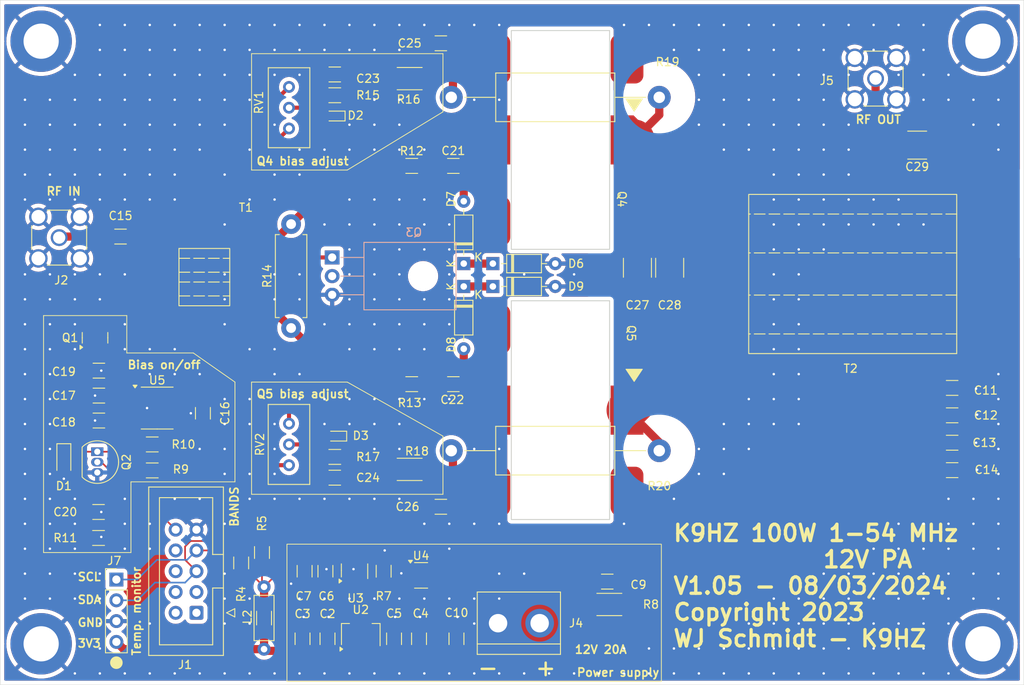
<source format=kicad_pcb>
(kicad_pcb (version 20240108) (generator "pcbnew") (generator_version "8.0")
  (title_block (title "K9HZ 100W 1-54 MHz 12V PA") (date "2024-07-21") (rev "V1.04") (comment 1 "Layout by OG King - KI3P") (comment 2 "Designed by WJ Schmidt - K9HZ") (comment 3 "Copyright 2024 WJ Schmidt - K9HZ"))
  (layers (0 "F.Cu" signal) (31 "B.Cu" signal) (34 "B.Paste" user) (35 "F.Paste" user) (36 "B.SilkS" user "B.Silkscreen") (37 "F.SilkS" user "F.Silkscreen") (38 "B.Mask" user) (39 "F.Mask" user) (44 "Edge.Cuts" user))
  (net 0 "")
  (net 1 "GND")
  (net 2 "+3V3")
  (net 3 "+12V")
  (net 4 "Net-(U3-VDD)")
  (net 5 "+12P")
  (net 6 "Net-(T1-AA)")
  (net 7 "Net-(J2-In)")
  (net 8 "Net-(Q1-S)")
  (net 9 "Net-(Q1-G)")
  (net 10 "/RXTX")
  (net 11 "Net-(C21-Pad1)")
  (net 12 "Net-(C22-Pad1)")
  (net 13 "Net-(D2-A)")
  (net 14 "Net-(D3-A)")
  (net 15 "Net-(C25-Pad1)")
  (net 16 "Net-(C26-Pad1)")
  (net 17 "Net-(Q5-D)")
  (net 18 "Net-(Q4-D)")
  (net 19 "Net-(J5-In)")
  (net 20 "Net-(D1-K)")
  (net 21 "Net-(D2-K)")
  (net 22 "Net-(D3-K)")
  (net 25 "/SCL")
  (net 30 "/SDA")
  (net 31 "Net-(Q1-D)")
  (net 32 "Net-(U3-AIN)")
  (net 33 "Net-(T1-SB)")
  (net 34 "Net-(T1-SA)")
  (net 39 "Net-(T2-AB)")
  (net 41 "Net-(Q3-B)")
  (net 42 "Net-(D7-A)")
  (net 43 "Net-(D8-A)")
  (net 44 "Net-(D6-K)")
  (net 45 "Net-(D8-K)")
  (footprint "Capacitor_SMD:C_1206_3216Metric" (layer "F.Cu") (at 89.0535 129.667)
    (property "Reference" "C17")
    (property "Value" "1uF 50V")
  )
  (footprint "Capacitor_SMD:C_1812_4532Metric_Pad1.57x3.40mm_HandSolder" (layer "F.Cu") (at 158.75 114.046 -90)
    (property "Reference" "C28")
    (property "Value" "470pF 200V")
  )
  (footprint "Capacitor_SMD:C_1206_3216Metric" (layer "F.Cu") (at 193.245 135.43)
    (property "Reference" "C13")
    (property "Value" "0.1uF")
  )
  (footprint "Capacitor_SMD:C_1206_3216Metric" (layer "F.Cu") (at 89.0105 143.891 180)
    (property "Reference" "C20")
    (property "Value" "0.1uF 50V")
  )
  (footprint "MountingHole:MountingHole_4.3mm_M4_DIN965_Pad" (layer "F.Cu") (at 82 86.36)
    (property "Reference" "H1" (hide yes))
    (property "Value" "~")
  )
  (footprint "Package_TO_SOT_THT:TO-92_Inline" (layer "F.Cu") (at 88.8555 136.525 -90)
    (property "Reference" "Q2")
    (property "Value" "BS170")
  )
  (footprint "Diode_SMD:D_SOD-523" (layer "F.Cu") (at 118.048 134.62 180)
    (property "Reference" "D3")
    (property "Value" "1N4148")
  )
  (footprint "Resistor_SMD:R_1206_3216Metric" (layer "F.Cu") (at 127.254 128.27)
    (property "Reference" "R13")
    (property "Value" "10R")
  )
  (footprint "Resistor_SMD:R_1206_3216Metric" (layer "F.Cu") (at 117.856 137.16)
    (property "Reference" "R17")
    (property "Value" "220R")
  )
  (footprint "Resistor_SMD:R_2010_5025Metric_Pad1.40x2.65mm_HandSolder" (layer "F.Cu") (at 127 90.932)
    (property "Reference" "R16")
    (property "Value" "10R 1W")
  )
  (footprint "Resistor_SMD:R_1206_3216Metric" (layer "F.Cu") (at 108.966 148.844 90)
    (property "Reference" "R5")
    (property "Value" "5k6")
  )
  (footprint "Capacitor_SMD:C_1206_3216Metric" (layer "F.Cu") (at 193.245 128.73)
    (property "Reference" "C11")
    (property "Value" "0.1uF")
  )
  (footprint "Package_TO_SOT_SMD:SOT-23-5_HandSoldering" (layer "F.Cu") (at 120.269 151.13 90)
    (property "Reference" "U3")
    (property "Value" "MCP3021A0T-E/OT")
  )
  (footprint "Diode_THT:D_DO-35_SOD27_P7.62mm_Horizontal" (layer "F.Cu") (at 133.604 113.538 90)
    (property "Reference" "D7")
    (property "Value" "3.6V")
  )
  (footprint "Capacitor_SMD:C_1206_3216Metric" (layer "F.Cu") (at 89.0535 126.619 180)
    (property "Reference" "C19")
    (property "Value" "0.01uF 50V")
  )
  (footprint "Diode_SMD:D_SOD-323_HandSoldering" (layer "F.Cu") (at 84.7705 137.561 -90)
    (property "Reference" "D1")
    (property "Value" "7.1V 1W")
  )
  (footprint "Diode_THT:D_DO-35_SOD27_P7.62mm_Horizontal" (layer "F.Cu") (at 137.16 116.332)
    (property "Reference" "D9")
    (property "Value" "3.6V")
  )
  (footprint "MountingHole:MountingHole_4.3mm_M4_DIN965_Pad" (layer "F.Cu") (at 82 160)
    (property "Reference" "H4" (hide yes))
    (property "Value" "~")
  )
  (footprint "Capacitor_SMD:C_1206_3216Metric" (layer "F.Cu") (at 116.713 151.13 -90)
    (property "Reference" "C6")
    (property "Value" "10uF 6V")
  )
  (footprint "Capacitor_SMD:C_1206_3216Metric" (layer "F.Cu") (at 132.334 101.6)
    (property "Reference" "C21")
    (property "Value" "0.01uF 50V")
  )
  (footprint "Inductor_THT:L_Axial_L5.3mm_D2.2mm_P7.62mm_Horizontal_Vishay_IM-1" (layer "F.Cu") (at 109.22 160.655 90)
    (property "Reference" "L2")
    (property "Value" "FB")
  )
  (footprint "Capacitor_SMD:C_1206_3216Metric" (layer "F.Cu") (at 114.173 151.13 90)
    (property "Reference" "C7")
    (property "Value" "0.1uF 50V")
  )
  (footprint "MountingHole:MountingHole_4.3mm_M4_DIN965_Pad" (layer "F.Cu") (at 197 86.36)
    (property "Reference" "H2" (hide yes))
    (property "Value" "~")
  )
  (footprint "Capacitor_SMD:C_1206_3216Metric" (layer "F.Cu") (at 193.245 138.78)
    (property "Reference" "C14")
    (property "Value" "0.1uF")
  )
  (footprint "Resistor_SMD:R_1206_3216Metric" (layer "F.Cu") (at 95.5655 135.636 180)
    (property "Reference" "R10")
    (property "Value" "510R")
  )
  (footprint "Diode_THT:D_DO-35_SOD27_P7.62mm_Horizontal" (layer "F.Cu") (at 133.604 116.332 -90)
    (property "Reference" "D8")
    (property "Value" "3.6V")
  )
  (footprint "Resistor_SMD:R_1206_3216Metric" (layer "F.Cu") (at 127.254 101.6)
    (property "Reference" "R12")
    (property "Value" "10R")
  )
  (footprint "Capacitor_SMD:C_1206_3216Metric" (layer "F.Cu") (at 117.856 90.424)
    (property "Reference" "C23")
    (property "Value" "0.1uF 50V")
  )
  (footprint "Capacitor_SMD:C_1206_3216Metric" (layer "F.Cu") (at 113.919 159.385 -90)
    (property "Reference" "C3")
    (property "Value" "2.2uF 6V")
  )
  (footprint "Potentiometer_THT:Potentiometer_Bourns_3296W_Vertical" (layer "F.Cu") (at 112.268 138.176 -90)
    (property "Reference" "RV2")
    (property "Value" "500R")
  )
  (footprint "Resistor_THT:R_Axial_DIN0614_L14.3mm_D5.7mm_P25.40mm_Horizontal" (layer "F.Cu") (at 157.48 136.398 180)
    (property "Reference" "R20")
    (property "Value" "150R 3W")
  )
  (footprint "Capacitor_SMD:C_1206_3216Metric" (layer "F.Cu") (at 125.095 159.385 -90)
    (property "Reference" "C5")
    (property "Value" "1uF 16V")
  )
  (footprint "Connector_PinHeader_2.54mm:PinHeader_1x04_P2.54mm_Vertical" (layer "F.Cu") (at 91.186 152.146)
    (property "Reference" "J7")
    (property "Value" "Temp monitor")
  )
  (footprint "Capacitor_SMD:C_1206_3216Metric" (layer "F.Cu") (at 128.143 159.385 -90)
    (property "Reference" "C4")
    (property "Value" "0.1uF 50V")
  )
  (footprint "Capacitor_SMD:C_1206_3216Metric" (layer "F.Cu") (at 130.81 86.614 180)
    (property "Reference" "C25")
    (property "Value" "4.7nF 100V")
  )
  (footprint "Capacitor_SMD:C_1206_3216Metric" (layer "F.Cu") (at 132.715 159.385 90)
    (property "Reference" "C10")
    (property "Value" "0.1uF 50V")
  )
  (footprint "Package_TO_SOT_SMD:SOT-89-3" (layer "F.Cu") (at 121.031 158.877 90)
    (property "Reference" "U2")
    (property "Value" "AP7381-33Y-13")
  )
  (footprint "Resistor_SMD:R_1206_3216Metric" (layer "F.Cu") (at 95.5655 138.811)
    (property "Reference" "R9")
    (property "Value" "3k")
  )
  (footprint "Package_TO_SOT_SMD:SOT-23" (layer "F.Cu") (at 88.5805 122.6035 90)
    (property "Reference" "Q1")
    (property "Value" "BSS84")
  )
  (footprint "Potentiometer_THT:Potentiometer_Bourns_3296W_Vertical" (layer "F.Cu") (at 112.268 91.948 90)
    (property "Reference" "RV1")
    (property "Value" "500R")
  )
  (footprint "Capacitor_SMD:C_1812_4532Metric_Pad1.57x3.40mm_HandSolder" (layer "F.Cu") (at 188.976 99.06 180)
    (property "Reference" "C29")
    (property "Value" "0.1uF")
  )
  (footprint "T41_Library:RD100HHF1-suspended-v2" (layer "F.Cu") (at 145.415 131.445 -90)
    (property "Reference" "Q5")
    (property "Value" "RD100HHF1C")
    (fp_rect (start -13.366 -6) (end 13.366 6) (stroke (width 0.12)) (fill none) (layer "Edge.Cuts"))
  )
  (footprint "T41_Library:Toroid_6Pin_BN-43-3312_19.5mm_25.4mm" (layer "F.Cu") (at 181.102 114.808 180)
    (property "Reference" "T2")
    (property "Value" "BN43-3312")
  )
  (footprint "Capacitor_SMD:C_1206_3216Metric" (layer "F.Cu") (at 117.856 139.7 180)
    (property "Reference" "C24")
    (property "Value" "0.1uF 50V")
  )
  (footprint "Capacitor_SMD:C_1206_3216Metric" (layer "F.Cu") (at 132.334 128.27)
    (property "Reference" "C22")
    (property "Value" "0.01uF 50V")
  )
  (footprint "Resistor_SMD:R_2010_5025Metric_Pad1.40x2.65mm_HandSolder" (layer "F.Cu") (at 127 138.684)
    (property "Reference" "R18")
    (property "Value" "10R 1W")
  )
  (footprint "Capacitor_SMD:C_1206_3216Metric" (layer "F.Cu") (at 91.694 110.236)
    (property "Reference" "C15")
    (property "Value" "0.1uF 50V")
  )
  (footprint "Resistor_SMD:R_1206_3216Metric" (layer "F.Cu") (at 123.825 151.13 -90)
    (property "Reference" "R7")
    (property "Value" "3.0k 1%")
  )
  (footprint "Inductor_SMD:L_1206_3216Metric_Pad1.22x1.90mm_HandSolder" (layer "F.Cu") (at 109.22 156.8565 90)
    (property "Reference" "L3" (hide yes))
    (property "Value" "FB")
  )
  (footprint "Resistor_THT:R_Axial_DIN0411_L9.9mm_D3.6mm_P12.70mm_Horizontal" (layer "F.Cu") (at 112.522 121.412 90)
    (property "Reference" "R14")
    (property "Value" "200R 2W")
  )
  (footprint "TerminalBlock:TerminalBlock_bornier-2_P5.08mm" (layer "F.Cu") (at 137.795 157.48)
    (property "Reference" "J4")
    (property "Value" "12V, 20A")
  )
  (footprint "Diode_SMD:D_SOD-523" (layer "F.Cu") (at 117.856 95.504 180)
    (property "Reference" "D2")
    (property "Value" "1N4148")
  )
  (footprint "Capacitor_SMD:C_1206_3216Metric" (layer "F.Cu") (at 193.245 132.08)
    (property "Reference" "C12")
    (property "Value" "0.1uF")
  )
  (footprint "Capacitor_SMD:C_1206_3216Metric" (layer "F.Cu") (at 151.13 152.4)
    (property "Reference" "C9")
    (property "Value" "0.1uF 50V")
  )
  (footprint "Diode_THT:D_DO-35_SOD27_P7.62mm_Horizontal" (layer "F.Cu") (at 137.16 113.538)
    (property "Reference" "D6")
    (property "Value" "3.6V")
  )
  (footprint "Capacitor_SMD:C_1206_3216Metric" (layer "F.Cu") (at 89.0535 132.715)
    (property "Reference" "C18")
    (property "Value" "0.1uF 50V")
  )
  (footprint "Resistor_SMD:R_1206_3216Metric" (layer "F.Cu") (at 106.426 150.114 90)
    (property "Reference" "R4")
    (property "Value" "5k6")
  )
  (footprint "Capacitor_SMD:C_1206_3216Metric" (layer "F.Cu") (at 130.81 143.256 180)
    (property "Reference" "C26")
    (property "Value" "4.7nF 100V")
  )
  (footprint "Package_TO_SOT_SMD:SOT-23-5" (layer "F.Cu") (at 128.397 151.638)
    (property "Reference" "U4")
    (property "Value" "ZXCT1010")
  )
  (footprint "Resistor_SMD:R_1206_3216Metric" (layer "F.Cu") (at 117.856 92.964)
    (property "Reference" "R15")
    (property "Value" "220R")
  )
  (footprint "Resistor_SMD:R_1206_3216Metric" (layer "F.Cu") (at 89.0105 147.066 180)
    (property "Reference" "R11")
    (property "Value" "6k8")
  )
  (footprint "Capacitor_SMD:C_1206_3216Metric" (layer "F.Cu") (at 101.7535 131.826 90)
    (property "Reference" "C16")
    (property "Value" "1uF 50V")
  )
  (footprint "MountingHole:MountingHole_4.3mm_M4_DIN965_Pad" (layer "F.Cu") (at 197 160)
    (property "Reference" "H3" (hide yes))
    (property "Value" "~")
  )
  (footprint "T41_Library:RD100HHF1-suspended" (layer "F.Cu") (at 145.415 98.425 -90)
    (property "Reference" "Q4")
    (property "Value" "RD100HHF1C")
    (fp_rect (start -13.366 -6) (end 13.366 6) (stroke (width 0.12)) (fill none) (layer "Edge.Cuts"))
  )
  (footprint "Connector_Coaxial:SMA_Amphenol_901-144_Vertical" (layer "F.Cu") (at 183.896 90.932)
    (property "Reference" "J5")
    (property "Value" "RF_OUT")
  )
  (footprint "Capacitor_SMD:C_1812_4532Metric_Pad1.57x3.40mm_HandSolder" (layer "F.Cu") (at 154.813 114.046 -90)
    (property "Reference" "C27")
    (property "Value" "470pF 200V")
  )
  (footprint "Resistor_THT:R_Axial_DIN0614_L14.3mm_D5.7mm_P25.40mm_Horizontal" (layer "F.Cu") (at 157.48 93.218 180)
    (property "Reference" "R19")
    (property "Value" "150R 3W")
  )
  (footprint "Package_SO:SO-8_3.9x4.9mm_P1.27mm" (layer "F.Cu") (at 96.1655 131.191)
    (property "Reference" "U5")
    (property "Value" "L4931CDT50")
  )
  (footprint "Connector_Coaxial:SMA_Amphenol_901-144_Vertical" (layer "F.Cu") (at 84.201 110.363)
    (property "Reference" "J2")
    (property "Value" "RF_IN")
  )
  (footprint "T41_Library:Toroid_6Pin_BN-43-2402_7mm_6.2mm" (layer "F.Cu") (at 96.901 115.189)
    (property "Reference" "T1")
    (property "Value" "BN43-2402")
  )
  (footprint "Capacitor_SMD:C_1206_3216Metric" (layer "F.Cu") (at 116.967 159.385 -90)
    (property "Reference" "C2")
    (property "Value" "0.1uF 50V")
  )
  (footprint "Resistor_SMD:R_2010_5025Metric_Pad1.40x2.65mm_HandSolder" (layer "F.Cu") (at 151.384 155.194 180)
    (property "Reference" "R8")
    (property "Value" "0.005 Ohm 4W")
  )
  (footprint "Connector_IDC:IDC-Header_2x05_P2.54mm_Vertical" (layer "F.Cu") (at 100.965 156.21 180)
    (property "Reference" "J1")
    (property "Value" "BANDS")
  )
  (footprint "Package_TO_SOT_THT:TO-126-3_Horizontal_TabUp" (layer "B.Cu") (at 117.537 112.787 -90)
    (property "Reference" "Q3")
    (property "Value" "BD677")
  )
  (gr_line (start 119.38 102.108) (end 131.064 94.996) (stroke (width 0.1)) (layer "F.SilkS"))
  (gr_line (start 131.064 141.732) (end 131.064 134.62) (stroke (width 0.1)) (layer "F.SilkS"))
  (gr_line (start 82.296 148.844) (end 92.964 148.844) (stroke (width 0.1)) (layer "F.SilkS"))
  (gr_circle (center 91.186 162.306) (end 91.90442 162.306) (stroke (width 0.1)) (fill solid) (layer "F.SilkS"))
  (gr_line (start 92.456 119.888) (end 82.296 119.888) (stroke (width 0.1)) (layer "F.SilkS"))
  (gr_line (start 105.664 128.016) (end 100.584 124.46) (stroke (width 0.1)) (layer "F.SilkS"))
  (gr_line (start 82.296 119.888) (end 82.296 148.844) (stroke (width 0.1)) (layer "F.SilkS"))
  (gr_line (start 107.696 87.884) (end 107.696 102.108) (stroke (width 0.1)) (layer "F.SilkS"))
  (gr_line (start 131.064 94.996) (end 131.064 87.884) (stroke (width 0.1)) (layer "F.SilkS"))
  (gr_line (start 107.696 102.108) (end 119.38 102.108) (stroke (width 0.1)) (layer "F.SilkS"))
  (gr_line (start 92.964 148.844) (end 92.964 140.208) (stroke (width 0.1)) (layer "F.SilkS"))
  (gr_rect (start 112.014 147.828) (end 157.734 164.592) (stroke (width 0.1)) (fill none) (layer "F.SilkS"))
  (gr_line (start 100.584 124.46) (end 92.456 124.46) (stroke (width 0.1)) (layer "F.SilkS"))
  (gr_line (start 105.664 140.208) (end 105.664 128.016) (stroke (width 0.1)) (layer "F.SilkS"))
  (gr_line (start 107.696 128.016) (end 107.696 141.732) (stroke (width 0.1)) (layer "F.SilkS"))
  (gr_line (start 119.38 128.016) (end 107.696 128.016) (stroke (width 0.1)) (layer "F.SilkS"))
  (gr_line (start 92.964 140.208) (end 105.664 140.208) (stroke (width 0.1)) (layer "F.SilkS"))
  (gr_line (start 131.064 134.62) (end 119.38 128.016) (stroke (width 0.1)) (layer "F.SilkS"))
  (gr_line (start 107.696 141.732) (end 131.064 141.732) (stroke (width 0.1)) (layer "F.SilkS"))
  (gr_line (start 131.064 87.884) (end 107.696 87.884) (stroke (width 0.1)) (layer "F.SilkS"))
  (gr_line (start 92.456 124.46) (end 92.456 119.888) (stroke (width 0.1)) (layer "F.SilkS"))
  (gr_rect (start 77 81.35) (end 202 165) (stroke (width 0.05)) (fill none) (layer "Edge.Cuts"))
  (gr_text "K9HZ 100W 1-54 MHz \n            12V PA\nV1.05 - 08/03/2024\nCopyright 2023 \nWJ Schmidt - K9HZ" (at 159.004 160.528 0) (layer "F.SilkS") (effects (font (size 2 2) (thickness 0.4) (bold yes)) (justify left bottom)))
  (gr_text "Q5 bias adjust" (at 108.204 130.048 0) (layer "F.SilkS") (effects (font (size 1 1) (thickness 0.2) (bold yes)) (justify left bottom)))
  (gr_text "SCL" (at 86.36 152.4 0) (layer "F.SilkS") (effects (font (size 1 1) (thickness 0.2) (bold yes)) (justify left bottom)))
  (gr_text "-   +" (at 135.128 164.084 0) (layer "F.SilkS") (effects (font (size 2 2) (thickness 0.3)) (justify left bottom)))
  (gr_text "RF IN" (at 82.55 105.283 0) (layer "F.SilkS") (effects (font (size 1 1) (thickness 0.2) (bold yes)) (justify left bottom)))
  (gr_text "Temp. monitor" (at 94.234 161.544 90) (layer "F.SilkS") (effects (font (size 1 1) (thickness 0.2) (bold yes)) (justify left bottom)))
  (gr_text "GND" (at 86.36 157.988 0) (layer "F.SilkS") (effects (font (size 1 1) (thickness 0.2) (bold yes)) (justify left bottom)))
  (gr_text "3V3" (at 86.36 160.528 0) (layer "F.SilkS") (effects (font (size 1 1) (thickness 0.2) (bold yes)) (justify left bottom)))
  (gr_text "Q4 bias adjust" (at 108.204 101.6 0) (layer "F.SilkS") (effects (font (size 1 1) (thickness 0.2) (bold yes)) (justify left bottom)))
  (gr_text "BANDS" (at 106.172 145.796 90) (layer "F.SilkS") (effects (font (size 1 1) (thickness 0.2) (bold yes)) (justify left bottom)))
  (gr_text "Bias on/off" (at 92.456 126.492 0) (layer "F.SilkS") (effects (font (size 1 1) (thickness 0.2) (bold yes)) (justify left bottom)))
  (gr_text "RF OUT" (at 181.356 96.52 0) (layer "F.SilkS") (effects (font (size 1 1) (thickness 0.2) (bold yes)) (justify left bottom)))
  (gr_text "SDA" (at 86.36 155.194 0) (layer "F.SilkS") (effects (font (size 1 1) (thickness 0.2) (bold yes)) (justify left bottom)))
  (gr_text "12V 20A" (at 147.066 161.29 0) (layer "F.SilkS") (effects (font (size 1 1) (thickness 0.2) (bold yes)) (justify left bottom)))
  (gr_text "Power supply" (at 147.32 164.084 0) (layer "F.SilkS") (effects (font (size 1 1) (thickness 0.2) (bold yes)) (justify left bottom)))
  (segment (start 116.713 149.655) (end 116.713 150.749) (width 0.2) (layer "F.Cu") (net 1))
  (segment (start 114.173 152.605) (end 112.571 152.605) (width 0.2) (layer "F.Cu") (net 1))
  (segment (start 116.967 156.845) (end 117.094 156.718) (width 0.2) (layer "F.Cu") (net 1))
  (segment (start 132.715 157.91) (end 132.715 156.845) (width 0.2) (layer "F.Cu") (net 1))
  (segment (start 123.825 148.717) (end 123.952 148.59) (width 0.2) (layer "F.Cu") (net 1))
  (segment (start 98.7405 130.556) (end 98.7405 131.826) (width 0.5) (layer "F.Cu") (net 1))
  (segment (start 120.269 152.48) (end 120.269 151.003) (width 0.2) (layer "F.Cu") (net 1))
  (segment (start 113.919 156.845) (end 114.046 156.718) (width 0.2) (layer "F.Cu") (net 1))
  (segment (start 132.715 156.845) (end 132.842 156.718) (width 0.2) (layer "F.Cu") (net 1))
  (segment (start 127.2595 151.638) (end 126.238 151.638) (width 0.2) (layer "F.Cu") (net 1))
  (segment (start 120.269 151.003) (end 120.142 150.876) (width 0.2) (layer "F.Cu") (net 1))
  (segment (start 112.571 152.605) (end 112.522 152.654) (width 0.2) (layer "F.Cu") (net 1))
  (segment (start 116.967 157.91) (end 116.967 156.845) (width 0.2) (layer "F.Cu") (net 1))
  (segment (start 94.2955 130.556) (end 94.9305 131.191) (width 0.5) (layer "F.Cu") (net 1))
  (segment (start 87.5785 132.715) (end 88.5805 132.715) (width 0.5) (layer "F.Cu") (net 1))
  (segment (start 123.825 149.6675) (end 123.825 148.717) (width 0.2) (layer "F.Cu") (net 1))
  (segment (start 126.238 151.638) (end 125.984 151.384) (width 0.2) (layer "F.Cu") (net 1))
  (segment (start 125.095 156.845) (end 125.222 156.718) (width 0.2) (layer "F.Cu") (net 1))
  (segment (start 94.2955 131.826) (end 94.9305 131.191) (width 0.5) (layer "F.Cu") (net 1))
  (segment (start 84.7705 138.811) (end 84.7705 139.827) (width 0.5) (layer "F.Cu") (net 1))
  (segment (start 128.143 156.845) (end 128.27 156.718) (width 0.2) (layer "F.Cu") (net 1))
  (segment (start 93.5905 131.826) (end 94.2955 131.826) (width 0.5) (layer "F.Cu") (net 1))
  (segment (start 116.713 150.749) (end 116.84 150.876) (width 0.2) (layer "F.Cu") (net 1))
  (segment (start 89.4695 147.066) (end 89.3425 146.939) (width 0.5) (layer "F.Cu") (net 1))
  (segment (start 90.4855 143.891) (end 89.3425 143.891) (width 0.5) (layer "F.Cu") (net 1))
  (segment (start 93.5905 130.556) (end 94.2955 130.556) (width 0.5) (layer "F.Cu") (net 1))
  (segment (start 90.5285 126.619) (end 89.3425 126.619) (width 0.5) (layer "F.Cu") (net 1))
  (segment (start 87.5785 129.667) (end 88.5805 129.667) (width 0.5) (layer "F.Cu") (net 1))
  (segment (start 113.919 157.91) (end 113.919 156.845) (width 0.2) (layer "F.Cu") (net 1))
  (segment (start 128.143 157.91) (end 128.143 156.845) (width 0.2) (layer "F.Cu") (net 1))
  (segment (start 98.7405 131.826) (end 100.2785 131.826) (width 0.5) (layer "F.Cu") (net 1))
  (segment (start 125.095 157.91) (end 125.095 156.845) (width 0.2) (layer "F.Cu") (net 1))
  (segment (start 90.473 147.066) (end 89.4695 147.066) (width 0.5) (layer "F.Cu") (net 1))
  (segment (start 101.7535 133.301) (end 100.2785 131.826) (width 0.5) (layer "F.Cu") (net 1))
  (via (at 92.215 148.381) (size 0.6) (drill 0.3) (layers "F.Cu" "B.Cu") (net 1))
  (via (at 98.311 163.621) (size 0.6) (drill 0.3) (layers "F.Cu" "B.Cu") (net 1))
  (via (at 183.655 163.621) (size 0.6) (drill 0.3) (layers "F.Cu" "B.Cu") (net 1))
  (via (at 171.463 90.469) (size 0.6) (drill 0.3) (layers "F.Cu" "B.Cu") (net 1))
  (via (at 80.023 123.997) (size 0.6) (drill 0.3) (layers "F.Cu" "B.Cu") (net 1))
  (via (at 110.503 136.189) (size 0.6) (drill 0.3) (layers "F.Cu" "B.Cu") (net 1))
  (via (at 134.887 154.477) (size 0.6) (drill 0.3) (layers "F.Cu" "B.Cu") (net 1))
  (via (at 177.559 160.573) (size 0.6) (drill 0.3) (layers "F.Cu" "B.Cu") (net 1))
  (via (at 177.559 111.805) (size 0.6) (drill 0.3) (layers "F.Cu" "B.Cu") (net 1))
  (via (at 198.895 142.285) (size 0.6) (drill 0.3) (layers "F.Cu" "B.Cu") (net 1))
  (via (at 83.071 99.613) (size 0.6) (drill 0.3) (layers "F.Cu" "B.Cu") (net 1))
  (via (at 89.167 96.565) (size 0.6) (drill 0.3) (layers "F.Cu" "B.Cu") (net 1))
  (via (at 101.359 90.469) (size 0.6) (drill 0.3) (layers "F.Cu" "B.Cu") (net 1))
  (via (at 125.743 93.517) (size 0.6) (drill 0.3) (layers "F.Cu" "B.Cu") (net 1))
  (via (at 122.695 123.997) (size 0.6) (drill 0.3) (layers "F.Cu" "B.Cu") (net 1))
  (via (at 95.263 127.045) (size 0.6) (drill 0.3) (layers "F.Cu" "B.Cu") (net 1))
  (via (at 165.367 93.517) (size 0.6) (drill 0.3) (layers "F.Cu" "B.Cu") (net 1))
  (via (at 116.84 150.876) (size 0.6) (drill 0.3) (layers "F.Cu" "B.Cu") (net 1))
  (via (at 123.952 148.59) (size 0.6) (drill 0.3) (layers "F.Cu" "B.Cu") (net 1))
  (via (at 113.551 90.469) (size 0.6) (drill 0.3) (layers "F.Cu" "B.Cu") (net 1))
  (via (at 198.895 136.189) (size 0.6) (drill 0.3) (layers "F.Cu" "B.Cu") (net 1))
  (via (at 180.607 154.477) (size 0.6) (drill 0.3) (layers "F.Cu" "B.Cu") (net 1))
  (via (at 83.071 117.901) (size 0.6) (drill 0.3) (layers "F.Cu" "B.Cu") (net 1))
  (via (at 183.655 154.477) (size 0.6) (drill 0.3) (layers "F.Cu" "B.Cu") (net 1))
  (via (at 84.7705 139.827) (size 0.6) (drill 0.3) (layers "F.Cu" "B.Cu") (net 1))
  (via (at 122.695 163.621) (size 0.6) (drill 0.3) (layers "F.Cu" "B.Cu") (net 1))
  (via (at 177.559 157.525) (size 0.6) (drill 0.3) (layers "F.Cu" "B.Cu") (net 1))
  (via (at 83.071 142.285) (size 0.6) (drill 0.3) (layers "F.Cu" "B.Cu") (net 1))
  (via (at 165.367 136.189) (size 0.6) (drill 0.3) (layers "F.Cu" "B.Cu") (net 1))
  (via (at 104.407 96.565) (size 0.6) (drill 0.3) (layers "F.Cu" "B.Cu") (net 1))
  (via (at 128.791 84.373) (size 0.6) (drill 0.3) (layers "F.Cu" "B.Cu") (net 1))
  (via (at 116.599 133.141) (size 0.6) (drill 0.3) (layers "F.Cu" "B.Cu") (net 1))
  (via (at 177.559 154.477) (size 0.6) (drill 0.3) (layers "F.Cu" "B.Cu") (net 1))
  (via (at 168.415 90.469) (size 0.6) (drill 0.3) (layers "F.Cu" "B.Cu") (net 1))
  (via (at 189.751 154.477) (size 0.6) (drill 0.3) (layers "F.Cu" "B.Cu") (net 1))
  (via (at 110.503 84.373) (size 0.6) (drill 0.3) (layers "F.Cu" "B.Cu") (net 1))
  (via (at 89.167 105.709) (size 0.6) (drill 0.3) (layers "F.Cu" "B.Cu") (net 1))
  (via (at 192.799 151.429) (size 0.6) (drill 0.3) (layers "F.Cu" "B.Cu") (net 1))
  (via (at 94.9305 131.191) (size 0.6) (drill 0.3) (layers "F.Cu" "B.Cu") (net 1))
  (via (at 119.647 117.901) (size 0.6) (drill 0.3) (layers "F.Cu" "B.Cu") (net 1))
  (via (at 174.511 108.757) (size 0.6) (drill 0.3) (layers "F.Cu" "B.Cu") (net 1))
  (via (at 198.895 139.237) (size 0.6) (drill 0.3) (layers "F.Cu" "B.Cu") (net 1))
  (via (at 116.599 99.613) (size 0.6) (drill 0.3) (layers "F.Cu" "B.Cu") (net 1))
  (via (at 86.119 96.565) (size 0.6) (drill 0.3) (layers "F.Cu" "B.Cu") (net 1))
  (via (at 86.119 99.613) (size 0.6) (drill 0.3) (layers "F.Cu" "B.Cu") (net 1))
  (via (at 125.743 111.805) (size 0.6) (drill 0.3) (layers "F.Cu" "B.Cu") (net 1))
  (via (at 80.023 145.333) (size 0.6) (drill 0.3) (layers "F.Cu" "B.Cu") (net 1))
  (via (at 198.895 148.381) (size 0.6) (drill 0.3) (layers "F.Cu" "B.Cu") (net 1))
  (via (at 125.743 142.285) (size 0.6) (drill 0.3) (layers "F.Cu" "B.Cu") (net 1))
  (via (at 101.359 84.373) (size 0.6) (drill 0.3) (layers "F.Cu" "B.Cu") (net 1))
  (via (at 168.415 160.573) (size 0.6) (drill 0.3) (layers "F.Cu" "B.Cu") (net 1))
  (via (at 125.743 84.373) (size 0.6) (drill 0.3) (layers "F.Cu" "B.Cu") (net 1))
  (via (at 101.359 136.189) (size 0.6) (drill 0.3) (layers "F.Cu" "B.Cu") (net 1))
  (via (at 117.094 156.718) (size 0.6) (drill 0.3) (layers "F.Cu" "B.Cu") (net 1))
  (via (at 189.751 108.757) (size 0.6) (drill 0.3) (layers "F.Cu" "B.Cu") (net 1))
  (via (at 162.319 136.189) (size 0.6) (drill 0.3) (layers "F.Cu" "B.Cu") (net 1))
  (via (at 183.655 151.429) (size 0.6) (drill 0.3) (layers "F.Cu" "B.Cu") (net 1))
  (via (at 171.463 120.949) (size 0.6) (drill 0.3) (layers "F.Cu" "B.Cu") (net 1))
  (via (at 189.751 93.517) (size 0.6) (drill 0.3) (layers "F.Cu" "B.Cu") (net 1))
  (via (at 80.023 148.381) (size 0.6) (drill 0.3) (layers "F.Cu" "B.Cu") (net 1))
  (via (at 177.559 90.469) (size 0.6) (drill 0.3) (layers "F.Cu" "B.Cu") (net 1))
  (via (at 128.791 120.949) (size 0.6) (drill 0.3) (layers "F.Cu" "B.Cu") (net 1))
  (via (at 186.703 151.429) (size 0.6) (drill 0.3) (layers "F.Cu" "B.Cu") (net 1))
  (via (at 125.743 87.421) (size 0.6) (drill 0.3) (layers "F.Cu" "B.Cu") (net 1))
  (via (at 195.847 148.381) (size 0.6) (drill 0.3) (layers "F.Cu" "B.Cu") (net 1))
  (via (at 189.751 163.621) (size 0.6) (drill 0.3) (layers "F.Cu" "B.Cu") (net 1))
  (via (at 113.551 142.285) (size 0.6) (drill 0.3) (layers "F.Cu" "B.Cu") (net 1))
  (via (at 104.407 154.477) (size 0.6) (drill 0.3) (layers "F.Cu" "B.Cu") (net 1))
  (via (at 107.455 93.517) (size 0.6) (drill 0.3) (layers "F.Cu" "B.Cu") (net 1))
  (via (at 107.455 157.525) (size 0.6) (drill 0.3) (layers "F.Cu" "B.Cu") (net 1))
  (via (at 95.263 105.709) (size 0.6) (drill 0.3) (layers "F.Cu" "B.Cu") (net 1))
  (via (at 137.935 163.621) (size 0.6) (drill 0.3) (layers "F.Cu" "B.Cu") (net 1))
  (via (at 180.607 90.469) (size 0.6) (drill 0.3) (layers "F.Cu" "B.Cu") (net 1))
  (via (at 88.5805 132.715) (size 0.6) (drill 0.3) (layers "F.Cu" "B.Cu") (net 1))
  (via (at 116.599 87.421) (size 0.6) (drill 0.3) (layers "F.Cu" "B.Cu") (net 1))
  (via (at 104.407 130.093) (size 0.6) (drill 0.3) (layers "F.Cu" "B.Cu") (net 1))
  (via (at 122.695 133.141) (size 0.6) (drill 0.3) (layers "F.Cu" "B.Cu") (net 1))
  (via (at 95.263 163.621) (size 0.6) (drill 0.3) (layers "F.Cu" "B.Cu") (net 1))
  (via (at 196.166 128.826) (size 0.6) (drill 0.3) (layers "F.Cu" "B.Cu") (net 1))
  (via (at 162.319 84.373) (size 0.6) (drill 0.3) (layers "F.Cu" "B.Cu") (net 1))
  (via (at 119.647 142.285) (size 0.6) (drill 0.3) (layers "F.Cu" "B.Cu") (net 1))
  (via (at 92.215 90.469) (size 0.6) (drill 0.3) (layers "F.Cu" "B.Cu") (net 1))
  (via (at 104.407 120.949) (size 0.6) (drill 0.3) (layers "F.Cu" "B.Cu") (net 1))
  (via (at 122.695 108.757) (size 0.6) (drill 0.3) (layers "F.Cu" "B.Cu") (net 1))
  (via (at 125.743 163.621) (size 0.6) (drill 0.3) (layers "F.Cu" "B.Cu") (net 1))
  (via (at 125.984 151.384) (size 0.6) (drill 0.3) (layers "F.Cu" "B.Cu") (net 1))
  (via (at 107.455 133.141) (size 0.6) (drill 0.3) (layers "F.Cu" "B.Cu") (net 1))
  (via (at 89.167 117.901) (size 0.6) (drill 0.3) (layers "F.Cu" "B.Cu") (net 1))
  (via (at 110.503 139.237) (size 0.6) (drill 0.3) (layers "F.Cu" "B.Cu") (net 1))
  (via (at 101.359 142.285) (size 0.6) (drill 0.3) (layers "F.Cu" "B.Cu") (net 1))
  (via (at 116.599 130.093) (size 0.6) (drill 0.3) (layers "F.Cu" "B.Cu") (net 1))
  (via (at 104.407 117.901) (size 0.6) (drill 0.3) (layers "F.Cu" "B.Cu") (net 1))
  (via (at 86.119 163.621) (size 0.6) (drill 0.3) (layers "F.Cu" "B.Cu") (net 1))
  (via (at 168.415 93.517) (size 0.6) (drill 0.3) (layers "F.Cu" "B.Cu") (net 1))
  (via (at 198.895 130.093) (size 0.6) (drill 0.3) (layers "F.Cu" "B.Cu") (net 1))
  (via (at 174.511 163.621) (size 0.6) (drill 0.3) (layers "F.Cu" "B.Cu") (net 1))
  (via (at 183.655 148.381) (size 0.6) (drill 0.3) (layers "F.Cu" "B.Cu") (net 1))
  (via (at 174.511 154.477) (size 0.6) (drill 0.3) (layers "F.Cu" "B.Cu") (net 1))
  (via (at 125.743 130.093) (size 0.6) (drill 0.3) (layers "F.Cu" "B.Cu") (net 1))
  (via (at 171.463 127.045) (size 0.6) (drill 0.3) (layers "F.Cu" "B.Cu") (net 1))
  (via (at 86.119 145.333) (size 0.6) (drill 0.3) (layers "F.Cu" "B.Cu") (net 1))
  (via (at 131.839 148.381) (size 0.6) (drill 0.3) (layers "F.Cu" "B.Cu") (net 1))
  (via (at 150.127 163.621) (size 0.6) (drill 0.3) (layers "F.Cu" "B.Cu") (net 1))
  (via (at 104.407 108.757) (size 0.6) (drill 0.3) (layers "F.Cu" "B.Cu") (net 1))
  (via (at 183.655 108.757) (size 0.6) (drill 0.3) (layers "F.Cu" "B.Cu") (net 1))
  (via (at 120.142 150.876) (size 0.6) (drill 0.3) (layers "F.Cu" "B.Cu") (net 1))
  (via (at 122.695 117.901) (size 0.6) (drill 0.3) (layers "F.Cu" "B.Cu") (net 1))
  (via (at 137.935 93.517) (size 0.6) (drill 0.3) (layers "F.Cu" "B.Cu") (net 1))
  (via (at 104.407 151.429) (size 0.6) (drill 0.3) (layers "F.Cu" "B.Cu") (net 1))
  (via (at 156.223 160.573) (size 0.6) (drill 0.3) (layers "F.Cu" "B.Cu") (net 1))
  (via (at 89.3425 146.939) (size 0.6) (drill 0.3) (layers "F.Cu" "B.Cu") (net 1))
  (via (at 131.839 163.621) (size 0.6) (drill 0.3) (layers "F.Cu" "B.Cu") (net 1))
  (via (at 119.647 111.805) (size 0.6) (drill 0.3) (layers "F.Cu" "B.Cu") (net 1))
  (via (at 198.895 145.333) (size 0.6) (drill 0.3) (layers "F.Cu" "B.Cu") (net 1))
  (via (at 174.511 120.949) (size 0.6) (drill 0.3) (layers "F.Cu" "B.Cu") (net 1))
  (via (at 171.463 99.613) (size 0.6) (drill 0.3) (layers "F.Cu" "B.Cu") (net 1))
  (via (at 140.983 151.429) (size 0.6) (drill 0.3) (layers "F.Cu" "B.Cu") (net 1))
  (via (at 165.367 96.565) (size 0.6) (drill 0.3) (layers "F.Cu" "B.Cu") (net 1))
  (via (at 144.031 163.621) (size 0.6) (drill 0.3) (layers "F.Cu" "B.Cu") (net 1))
  (via (at 180.607 84.373) (size 0.6) (drill 0.3) (layers "F.Cu" "B.Cu") (net 1))
  (via (at 122.695 136.189) (size 0.6) (drill 0.3) (layers "F.Cu" "B.Cu") (net 1))
  (via (at 86.119 148.381) (size 0.6) (drill 0.3) (layers "F.Cu" "B.Cu") (net 1))
  (via (at 86.119 102.661) (size 0.6) (drill 0.3) (layers "F.Cu" "B.Cu") (net 1))
  (via (at 153.175 160.573) (size 0.6) (drill 0.3) (layers "F.Cu" "B.Cu") (net 1))
  (via (at 80.023 96.565) (size 0.6) (drill 0.3) (layers "F.Cu" "B.Cu") (net 1))
  (via (at 189.751 90.469) (size 0.6) (drill 0.3) (layers "F.Cu" "B.Cu") (net 1))
  (via (at 83.071 154.477) (size 0.6) (drill 0.3) (layers "F.Cu" "B.Cu") (net 1))
  (via (at 147.079 114.853) (size 0.6) (drill 0.3) (layers "F.Cu" "B.Cu") (net 1))
  (via (at 131.839 120.949) (size 0.6) (drill 0.3) (layers "F.Cu" "B.Cu") (net 1))
  (via (at 119.647 123.997) (size 0.6) (drill 0.3) (layers "F.Cu" "B.Cu") (net 1))
  (via (at 122.695 96.565) (size 0.6) (drill 0.3) (layers "F.Cu" "B.Cu") (net 1))
  (via (at 128.791 108.757) (size 0.6) (drill 0.3) (layers "F.Cu" "B.Cu") (net 1))
  (via (at 113.551 99.613) (size 0.6) (drill 0.3) (layers "F.Cu" "B.Cu") (net 1))
  (via (at 137.935 145.333) (size 0.6) (drill 0.3) (layers "F.Cu" "B.Cu") (net 1))
  (via (at 131.839 105.709) (size 0.6) (drill 0.3) (layers "F.Cu" "B.Cu") (net 1))
  (via (at 107.455 139.237) (size 0.6) (drill 0.3) (layers "F.Cu" "B.Cu") (net 1))
  (via (at 122.695 99.613) (size 0.6) (drill 0.3) (layers "F.Cu" "B.Cu") (net 1))
  (via (at 128.791 130.093) (size 0.6) (drill 0.3) (layers "F.Cu" "B.Cu") (net 1))
  (via (at 171.463 123.997) (size 0.6) (drill 0.3) (layers "F.Cu" "B.Cu") (net 1))
  (via (at 104.407 133.141) (size 0.6) (drill 0.3) (layers "F.Cu" "B.Cu") (net 1))
  (via (at 80.023 136.189) (size 0.6) (drill 0.3) (layers "F.Cu" "B.Cu") (net 1))
  (via (at 104.407 87.421) (size 0.6) (drill 0.3) (layers "F.Cu" "B.Cu") (net 1))
  (via (at 131.839 145.333) (size 0.6) (drill 0.3) (layers "F.Cu" "B.Cu") (net 1))
  (via (at 89.167 102.661) (size 0.6) (drill 0.3) (layers "F.Cu" "B.Cu") (net 1))
  (via (at 83.071 133.141) (size 0.6) (drill 0.3) (layers "F.Cu" "B.Cu") (net 1))
  (via (at 83.071 114.853) (size 0.6) (drill 0.3) (layers "F.Cu" "B.Cu") (net 1))
  (via (at 107.455 123.997) (size 0.6) (drill 0.3) (layers "F.Cu" "B.Cu") (net 1))
  (via (at 104.407 93.517) (size 0.6) (drill 0.3) (layers "F.Cu" "B.Cu") (net 1))
  (via (at 89.167 154.477) (size 0.6) (drill 0.3) (layers "F.Cu" "B.Cu") (net 1))
  (via (at 198.895 151.429) (size 0.6) (drill 0.3) (layers "F.Cu" "B.Cu") (net 1))
  (via (at 80.023 117.901) (size 0.6) (drill 0.3) (layers "F.Cu" "B.Cu") (net 1))
  (via (at 98.311 87.421) (size 0.6) (drill 0.3) (layers "F.Cu" "B.Cu") (net 1))
  (via (at 110.503 87.421) (size 0.6) (drill 0.3) (layers "F.Cu" "B.Cu") (net 1))
  (via (at 89.167 160.573) (size 0.6) (drill 0.3) (layers "F.Cu" "B.Cu") (net 1))
  (via (at 92.215 87.421) (size 0.6) (drill 0.3) (layers "F.Cu" "B.Cu") (net 1))
  (via (at 119.647 120.949) (size 0.6) (drill 0.3) (layers "F.Cu" "B.Cu") (net 1))
  (via (at 95.263 90.469) (size 0.6) (drill 0.3) (layers "F.Cu" "B.Cu") (net 1))
  (via (at 174.511 130.093) (size 0.6) (drill 0.3) (layers "F.Cu" "B.Cu") (net 1))
  (via (at 177.559 105.709) (size 0.6) (drill 0.3) (layers "F.Cu" "B.Cu") (net 1))
  (via (at 98.311 102.661) (size 0.6) (drill 0.3) (layers "F.Cu" "B.Cu") (net 1))
  (via (at 189.751 151.429) (size 0.6) (drill 0.3) (layers "F.Cu" "B.Cu") (net 1))
  (via (at 92.215 145.333) (size 0.6) (drill 0.3) (layers "F.Cu" "B.Cu") (net 1))
  (via (at 140.983 114.853) (size 0.6) (drill 0.3) (layers "F.Cu" "B.Cu") (net 1))
  (via (at 162.319 163.621) (size 0.6) (drill 0.3) (layers "F.Cu" "B.Cu") (net 1))
  (via (at 80.023 154.477) (size 0.6) (drill 0.3) (layers "F.Cu" "B.Cu") (net 1))
  (via (at 125.743 154.477) (size 0.6) (drill 0.3) (layers "F.Cu" "B.Cu") (net 1))
  (via (at 95.263 102.661) (size 0.6) (drill 0.3) (layers "F.Cu" "B.Cu") (net 1))
  (via (at 104.407 139.237) (size 0.6) (drill 0.3) (layers "F.Cu" "B.Cu") (net 1))
  (via (at 198.895 127.045) (size 0.6) (drill 0.3) (layers "F.Cu" "B.Cu") (net 1))
  (via (at 92.215 99.613) (size 0.6) (drill 0.3) (layers "F.Cu" "B.Cu") (net 1))
  (via (at 186.703 154.477) (size 0.6) (drill 0.3) (layers "F.Cu" "B.Cu") (net 1))
  (via (at 98.311 99.613) (size 0.6) (drill 0.3) (layers "F.Cu" "B.Cu") (net 1))
  (via (at 112.522 152.654) (size 0.6) (drill 0.3) (layers "F.Cu" "B.Cu") (net 1))
  (via (at 95.263 93.517) (size 0.6) (drill 0.3) (layers "F.Cu" "B.Cu") (net 1))
  (via (at 125.743 99.613) (size 0.6) (drill 0.3) (layers "F.Cu" "B.Cu") (net 1))
  (via (at 180.607 108.757) (size 0.6) (drill 0.3) (layers "F.Cu" "B.Cu") (net 1))
  (via (at 180.607 102.661) (size 0.6) (drill 0.3) (layers "F.Cu" "B.Cu") (net 1))
  (via (at 162.319 160.573) (size 0.6) (drill 0.3) (layers "F.Cu" "B.Cu") (net 1))
  (via (at 196.293 138.732) (size 0.6) (drill 0.3) (layers "F.Cu" "B.Cu") (net 1))
  (via (at 183.655 84.373) (size 0.6) (drill 0.3) (layers "F.Cu" "B.Cu") (net 1))
  (via (at 110.503 142.285) (size 0.6) (drill 0.3) (layers "F.Cu" "B.Cu") (net 1))
  (via (at 113.551 154.477) (size 0.6) (drill 0.3) (layers "F.Cu" "B.Cu") (net 1))
  (via (at 198.895 99.613) (size 0.6) (drill 0.3) (layers "F.Cu" "B.Cu") (net 1))
  (via (at 107.455 99.613) (size 0.6) (drill 0.3) (layers "F.Cu" "B.Cu") (net 1))
  (via (at 134.887 93.517) (size 0.6) (drill 0.3) (layers "F.Cu" "B.Cu") (net 1))
  (via (at 174.511 157.525) (size 0.6) (drill 0.3) (layers "F.Cu" "B.Cu") (net 1))
  (via (at 174.511 117.901) (size 0.6) (drill 0.3) (layers "F.Cu" "B.Cu") (net 1))
  (via (at 80.023 114.853) (size 0.6) (drill 0.3) (layers "F.Cu" "B.Cu") (net 1))
  (via (at 177.559 163.621) (size 0.6) (drill 0.3) (layers "F.Cu" "B.Cu") (net 1))
  (via (at 174.511 102.661) (size 0.6) (drill 0.3) (layers "F.Cu" "B.Cu") (net 1))
  (via (at 110.503 133.141) (size 0.6) (drill 0.3) (layers "F.Cu" "B.Cu") (net 1))
  (via (at 131.839 117.901) (size 0.6) (drill 0.3) (layers "F.Cu" "B.Cu") (net 1))
  (via (at 122.695 154.477) (size 0.6) (drill 0.3) (layers "F.Cu" "B.Cu") (net 1))
  (via (at 168.415 130.093) (size 0.6) (drill 0.3) (layers "F.Cu" "B.Cu") (net 1))
  (via (at 116.599 142.285) (size 0.6) (drill 0.3) (layers "F.Cu" "B.Cu") (net 1))
  (via (at 168.415 87.421) (size 0.6) (drill 0.3) (layers "F.Cu" "B.Cu") (net 1))
  (via (at 125.743 105.709) (size 0.6) (drill 0.3) (layers "F.Cu" "B.Cu") (net 1))
  (via (at 92.215 120.949) (size 0.6) (drill 0.3) (layers "F.Cu" "B.Cu") (net 1))
  (via (at 183.655 160.573) (size 0.6) (drill 0.3) (layers "F.Cu" "B.Cu") (net 1))
  (via (at 168.415 163.621) (size 0.6) (drill 0.3) (layers "F.Cu" "B.Cu") (net 1))
  (via (at 100.2785 131.826) (size 0.6) (drill 0.3) (layers "F.Cu" "B.Cu") (net 1))
  (via (at 101.359 93.517) (size 0.6) (drill 0.3) (layers "F.Cu" "B.Cu") (net 1))
  (via (at 119.647 87.421) (size 0.6) (drill 0.3) (layers "F.Cu" "B.Cu") (net 1))
  (via (at 122.695 105.709) (size 0.6) (drill 0.3) (layers "F.Cu" "B.Cu") (net 1))
  (via (at 92.215 114.853) (size 0.6) (drill 0.3) (layers "F.Cu" "B.Cu") (net 1))
  (via (at 162.319 96.565) (size 0.6) (drill 0.3) (layers "F.Cu" "B.Cu") (net 1))
  (via (at 174.511 105.709) (size 0.6) (drill 0.3) (layers "F.Cu" "B.Cu") (net 1))
  (via (at 110.503 123.997) (size 0.6) (drill 0.3) (layers "F.Cu" "B.Cu") (net 1))
  (via (at 95.263 99.613) (size 0.6) (drill 0.3) (layers "F.Cu" "B.Cu") (net 1))
  (via (at 86.119 151.429) (size 0.6) (drill 0.3) (layers "F.Cu" "B.Cu") (net 1))
  (via (at 171.463 163.621) (size 0.6) (drill 0.3) (layers "F.Cu" "B.Cu") (net 1))
  (via (at 113.551 130.093) (size 0.6) (drill 0.3) (layers "F.Cu" "B.Cu") (net 1))
  (via (at 134.887 145.333) (size 0.6) (drill 0.3) (layers "F.Cu" "B.Cu") (net 1))
  (via (at 177.559 87.421) (size 0.6) (drill 0.3) (layers "F.Cu" "B.Cu") (net 1))
  (via (at 119.647 84.373) (size 0.6) (drill 0.3) (layers "F.Cu" "B.Cu") (net 1))
  (via (at 189.751 160.573) (size 0.6) (drill 0.3) (layers "F.Cu" "B.Cu") (net 1))
  (via (at 101.359 163.621) (size 0.6) (drill 0.3) (layers "F.Cu" "B.Cu") (net 1))
  (via (at 195.847 154.477) (size 0.6) (drill 0.3) (layers "F.Cu" "B.Cu") (net 1))
  (via (at 156.223 163.621) (size 0.6) (drill 0.3) (layers "F.Cu" "B.Cu") (net 1))
  (via (at 107.455 87.421) (size 0.6) (drill 0.3) (layers "F.Cu" "B.Cu") (net 1))
  (via (at 113.551 127.045) (size 0.6) (drill 0.3) (layers "F.Cu" "B.Cu") (net 1))
  (via (at 171.463 108.757) (size 0.6) (drill 0.3) (layers "F.Cu" "B.Cu") (net 1))
  (via (at 186.703 90.469) (size 0.6) (drill 0.3) (layers "F.Cu" "B.Cu") (net 1))
  (via (at 153.175 163.621) (size 0.6) (drill 0.3) (layers "F.Cu" "B.Cu") (net 1))
  (via (at 174.511 127.045) (size 0.6) (drill 0.3) (layers "F.Cu" "B.Cu") (net 1))
  (via (at 104.407 157.525) (size 0.6) (drill 0.3) (layers "F.Cu" "B.Cu") (net 1))
  (via (at 122.695 130.093) (size 0.6) (drill 0.3) (layers "F.Cu" "B.Cu") (net 1))
  (via (at 195.847 96.565) (size 0.6) (drill 0.3) (layers "F.Cu" "B.Cu") (net 1))
  (via (at 116.599 154.477) (size 0.6) (drill 0.3) (layers "F.Cu" "B.Cu") (net 1))
  (via (at 171.463 102.661) (size 0.6) (drill 0.3) (layers "F.Cu" "B.Cu") (net 1))
  (via (at 131.839 123.997) (size 0.6) (drill 0.3) (layers "F.Cu" "B.Cu") (net 1))
  (via (at 92.215 96.565) (size 0.6) (drill 0.3) (layers "F.Cu" "B.Cu") (net 1))
  (via (at 89.167 90.469) (size 0.6) (drill 0.3) (layers "F.Cu" "B.Cu") (net 1))
  (via (at 198.895 93.517) (size 0.6) (drill 0.3) (layers "F.Cu" "B.Cu") (net 1))
  (via (at 174.511 111.805) (size 0.6) (drill 0.3) (layers "F.Cu" "B.Cu") (net 1))
  (via (at 86.119 142.285) (size 0.6) (drill 0.3) (layers "F.Cu" "B.Cu") (net 1))
  (via (at 131.839 84.373) (size 0.6) (drill 0.3) (layers "F.Cu" "B.Cu") (net 1))
  (via (at 180.607 96.565) (size 0.6) (drill 0.3) (layers "F.Cu" "B.Cu") (net 1))
  (via (at 128.791 105.709) (size 0.6) (drill 0.3) (layers "F.Cu" "B.Cu") (net 1))
  (via (at 174.511 90.469) (size 0.6) (drill 0.3) (layers "F.Cu" "B.Cu") (net 1))
  (via (at 131.839 154.477) (size 0.6) (drill 0.3) (layers "F.Cu" "B.Cu") (net 1))
  (via (at 177.559 96.565) (size 0.6) (drill 0.3) (layers "F.Cu" "B.Cu") (net 1))
  (via (at 92.215 142.285) (size 0.6) (drill 0.3) (layers "F.Cu" "B.Cu") (net 1))
  (via (at 92.215 123.997) (size 0.6) (drill 0.3) (layers "F.Cu" "B.Cu") (net 1))
  (via (at 116.599 120.949) (size 0.6) (drill 0.3) (layers "F.Cu" "B.Cu") (net 1))
  (via (at 180.607 151.429) (size 0.6) (drill 0.3) (layers "F.Cu" "B.Cu") (net 1))
  (via (at 174.511 87.421) (size 0.6) (drill 0.3) (layers "F.Cu" "B.Cu") (net 1))
  (via (at 83.071 130.093) (size 0.6) (drill 0.3) (layers "F.Cu" "B.Cu") (net 1))
  (via (at 89.3425 143.891) (size 0.6) (drill 0.3) (layers "F.Cu" "B.Cu") (net 1))
  (via (at 125.743 96.565) (size 0.6) (drill 0.3) (layers "F.Cu" "B.Cu") (net 1))
  (via (at 159.271 160.573) (size 0.6) (drill 0.3) (layers "F.Cu" "B.Cu") (net 1))
  (via (at 168.415 133.141) (size 0.6) (drill 0.3) (layers "F.Cu" "B.Cu") (net 1))
  (via (at 186.703 145.333) (size 0.6) (drill 0.3) (layers "F.Cu" "B.Cu") (net 1))
  (via (at 147.079 163.621) (size 0.6) (drill 0.3) (layers "F.Cu" "B.Cu") (net 1))
  (via (at 186.703 108.757) (size 0.6) (drill 0.3) (layers "F.Cu" "B.Cu") (net 1))
  (via (at 189.751 157.525) (size 0.6) (drill 0.3) (layers "F.Cu" "B.Cu") (net 1))
  (via (at 128.791 154.477) (size 0.6) (drill 0.3) (layers "F.Cu" "B.Cu") (net 1))
  (via (at 89.167 151.429) (size 0.6) (drill 0.3) (layers "F.Cu" "B.Cu") (net 1))
  (via (at 137.935 136.189) (size 0.6) (drill 0.3) (layers "F.Cu" "B.Cu") (net 1))
  (via (at 186.703 157.525) (size 0.6) (drill 0.3) (layers "F.Cu" "B.Cu") (net 1))
  (via (at 186.703 105.709) (size 0.6) (drill 0.3) (layers "F.Cu" "B.Cu") (net 1))
  (via (at 122.695 93.517) (size 0.6) (drill 0.3) (layers "F.Cu" "B.Cu") (net 1))
  (via (at 83.071 151.429) (size 0.6) (drill 0.3) (layers "F.Cu" "B.Cu") (net 1))
  (via (at 125.743 123.997) (size 0.6) (drill 0.3) (layers "F.Cu" "B.Cu") (net 1))
  (via (at 162.319 87.421) (size 0.6) (drill 0.3) (layers "F.Cu" "B.Cu") (net 1))
  (via (at 116.599 108.757) (size 0.6) (drill 0.3) (layers "F.Cu" "B.Cu") (net 1))
  (via (at 86.119 120.949) (size 0.6) (drill 0.3) (layers "F.Cu" "B.Cu") (net 1))
  (via (at 159.271 87.421) (size 0.6) (drill 0.3) (layers "F.Cu" "B.Cu") (net 1))
  (via (at 195.847 151.429) (size 0.6) (drill 0.3) (layers "F.Cu" "B.Cu") (net 1))
  (via (at 107.455 142.285) (size 0.6) (drill 0.3) (layers "F.Cu" "B.Cu") (net 1))
  (via (at 80.023 99.613) (size 0.6) (drill 0.3) (layers "F.Cu" "B.Cu") (net 1))
  (via (at 125.743 136.189) (size 0.6) (drill 0.3) (layers "F.Cu" "B.Cu") (net 1))
  (via (at 153.175 145.333) (size 0.6) (drill 0.3) (layers "F.Cu" "B.Cu") (net 1))
  (via (at 131.839 108.757) (size 0.6) (drill 0.3) (layers "F.Cu" "B.Cu") (net 1))
  (via (at 171.463 111.805) (size 0.6) (drill 0.3) (layers "F.Cu" "B.Cu") (net 1))
  (via (at 171.463 130.093) (size 0.6) (drill 0.3) (layers "F.Cu" "B.Cu") (net 1))
  (via (at 192.799 163.621) (size 0.6) (drill 0.3) (layers "F.Cu" "B.Cu") (net 1))
  (via (at 83.071 127.045) (size 0.6) (drill 0.3) (layers "F.Cu" "B.Cu") (net 1))
  (via (at 168.415 136.189) (size 0.6) (drill 0.3) (layers "F.Cu" "B.Cu") (net 1))
  (via (at 104.407 102.661) (size 0.6) (drill 0.3) (layers "F.Cu" "B.Cu") (net 1))
  (via (at 104.407 114.853) (size 0.6) (drill 0.3) (layers "F.Cu" "B.Cu") (net 1))
  (via (at 98.311 96.565) (size 0.6) (drill 0.3) (layers "F.Cu" "B.Cu") (net 1))
  (via (at 177.559 108.757) (size 0.6) (drill 0.3) (layers "F.Cu" "B.Cu") (net 1))
  (via (at 80.023 102.661) (size 0.6) (drill 0.3) (layers "F.Cu" "B.Cu") (net 1))
  (via (at 195.847 142.285) (size 0.6) (drill 0.3) (layers "F.Cu" "B.Cu") (net 1))
  (via (at 125.743 117.901) (size 0.6) (drill 0.3) (layers "F.Cu" "B.Cu") (net 1))
  (via (at 128.791 145.333) (size 0.6) (drill 0.3) (layers "F.Cu" "B.Cu") (net 1))
  (via (at 110.503 105.709) (size 0.6) (drill 0.3) (layers "F.Cu" "B.Cu") (net 1))
  (via (at 165.367 139.237) (size 0.6) (drill 0.3) (layers "F.Cu" "B.Cu") (net 1))
  (via (at 119.647 99.613) (size 0.6) (drill 0.3) (layers "F.Cu" "B.Cu") (net 1))
  (via (at 192.799 148.381) (size 0.6) (drill 0.3) (layers "F.Cu" "B.Cu") (net 1))
  (via (at 125.743 108.757) (size 0.6) (drill 0.3) (layers "F.Cu" "B.Cu") (net 1))
  (via (at 177.559 102.661) (size 0.6) (drill 0.3) (layers "F.Cu" "B.Cu") (net 1))
  (via (at 192.799 90.469) (size 0.6) (drill 0.3) (layers "F.Cu" "B.Cu") (net 1))
  (via (at 114.046 156.718) (size 0.6) (drill 0.3) (layers "F.Cu" "B.Cu") (net 1))
  (via (at 168.415 157.525) (size 0.6) (drill 0.3) (layers "F.Cu" "B.Cu") (net 1))
  (via (at 119.647 154.477) (size 0.6) (drill 0.3) (layers "F.Cu" "B.Cu") (net 1))
  (via (at 174.511 93.517) (size 0.6) (drill 0.3) (layers "F.Cu" "B.Cu") (net 1))
  (via (at 171.463 154.477) (size 0.6) (drill 0.3) (layers "F.Cu" "B.Cu") (net 1))
  (via (at 162.319 90.469) (size 0.6) (drill 0.3) (layers "F.Cu" "B.Cu") (net 1))
  (via (at 198.895 154.477) (size 0.6) (drill 0.3) (layers "F.Cu" "B.Cu") (net 1))
  (via (at 98.311 90.469) (size 0.6) (drill 0.3) (layers "F.Cu" "B.Cu") (net 1))
  (via (at 171.463 160.573) (size 0.6) (drill 0.3) (layers "F.Cu" "B.Cu") (net 1))
  (via (at 89.167 114.853) (size 0.6) (drill 0.3) (layers "F.Cu" "B.Cu") (net 1))
  (via (at 125.222 156.718) (size 0.6) (drill 0.3) (layers "F.Cu" "B.Cu") (net 1))
  (via (at 113.551 114.853) (size 0.6) (drill 0.3) (layers "F.Cu" "B.Cu") (net 1))
  (via (at 83.071 148.381) (size 0.6) (drill 0.3) (layers "F.Cu" "B.Cu") (net 1))
  (via (at 159.271 163.621) (size 0.6) (drill 0.3) (layers "F.Cu" "B.Cu") (net 1))
  (via (at 186.703 148.381) (size 0.6) (drill 0.3) (layers "F.Cu" "B.Cu") (net 1))
  (via (at 89.3425 126.619) (size 0.6) (drill 0.3) (layers "F.Cu" "B.Cu") (net 1))
  (via (at 128.791 117.901) (size 0.6) (drill 0.3) (layers "F.Cu" "B.Cu") (net 1))
  (via (at 113.551 87.421) (size 0.6) (drill 0.3) (layers "F.Cu" "B.Cu") (net 1))
  (via (at 89.167 99.613) (size 0.6) (drill 0.3) (layers "F.Cu" "B.Cu") (net 1))
  (via (at 171.463 133.141) (size 0.6) (drill 0.3) (layers "F.Cu" "B.Cu") (net 1))
  (via (at 171.463 157.525) (size 0.6) (drill 0.3) (layers "F.Cu" "B.Cu") (net 1))
  (via (at 92.215 93.517) (size 0.6) (drill 0.3) (layers "F.Cu" "B.Cu") (net 1))
  (via (at 180.607 160.573) (size 0.6) (drill 0.3) (layers "F.Cu" "B.Cu") (net 1))
  (via (at 107.455 105.709) (size 0.6) (drill 0.3) (layers "F.Cu" "B.Cu") (net 1))
  (via (at 110.503 96.565) (size 0.6) (drill 0.3) (layers "F.Cu" "B.Cu") (net 1))
  (via (at 95.263 157.525) (size 0.6) (drill 0.3) (layers "F.Cu" "B.Cu") (net 1))
  (via (at 95.263 148.381) (size 0.6) (drill 0.3) (layers "F.Cu" "B.Cu") (net 1))
  (via (at 86.119 154.477) (size 0.6) (drill 0.3) (layers "F.Cu" "B.Cu") (net 1))
  (via (at 83.071 136.189) (size 0.6) (drill 0.3) (layers "F.Cu" "B.Cu") (net 1))
  (via (at 180.607 105.709) (size 0.6) (drill 0.3) (layers "F.Cu" "B.Cu") (net 1))
  (via (at 177.559 93.517) (size 0.6) (drill 0.3) (layers "F.Cu" "B.Cu") (net 1))
  (via (at 101.359 96.565) (size 0.6) (drill 0.3) (layers "F.Cu" "B.Cu") (net 1))
  (via (at 110.503 102.661) (size 0.6) (drill 0.3) (layers "F.Cu" "B.Cu") (net 1))
  (via (at 110.503 90.469) (size 0.6) (drill 0.3) (layers "F.Cu" "B.Cu") (net 1))
  (via (at 192.799 154.477) (size 0.6) (drill 0.3) (layers "F.Cu" "B.Cu") (net 1))
  (via (at 171.463 117.901) (size 0.6) (drill 0.3) (layers "F.Cu" "B.Cu") (net 1))
  (via (at 159.271 142.285) (size 0.6) (drill 0.3) (layers "F.Cu" "B.Cu") (net 1))
  (via (at 119.647 163.621) (size 0.6) (drill 0.3) (layers "F.Cu" "B.Cu") (net 1))
  (via (at 83.071 96.565) (size 0.6) (drill 0.3) (layers "F.Cu" "B.Cu") (net 1))
  (via (at 83.071 139.237) (size 0.6) (drill 0.3) (layers "F.Cu" "B.Cu") (net 1))
  (via (at 165.367 163.621) (size 0.6) (drill 0.3) (layers "F.Cu" "B.Cu") (net 1))
  (via (at 98.311 127.045) (size 0.6) (drill 0.3) (layers "F.Cu" "B.Cu") (net 1))
  (via (at 128.791 111.805) (size 0.6) (drill 0.3) (layers "F.Cu" "B.Cu") (net 1))
  (via (at 110.503 114.853) (size 0.6) (drill 0.3) (layers "F.Cu" "B.Cu") (net 1))
  (via (at 83.071 105.709) (size 0.6) (drill 0.3) (layers "F.Cu" "B.Cu") (net 1))
  (via (at 159.271 84.373) (size 0.6) (drill 0.3) (layers "F.Cu" "B.Cu") (net 1))
  (via (at 186.703 84.373) (size 0.6) (drill 0.3) (layers "F.Cu" "B.Cu") (net 1))
  (via (at 92.215 102.661) (size 0.6) (drill 0.3) (layers "F.Cu" "B.Cu") (net 1))
  (via (at 113.551 163.621) (size 0.6) (drill 0.3) (layers "F.Cu" "B.Cu") (net 1))
  (via (at 192.799 157.525) (size 0.6) (drill 0.3) (layers "F.Cu" "B.Cu") (net 1))
  (via (at 98.311 105.709) (size 0.6) (drill 0.3) (layers "F.Cu" "B.Cu") (net 1))
  (via (at 162.319 139.237) (size 0.6) (drill 0.3) (layers "F.Cu" "B.Cu") (net 1))
  (via (at 168.415 96.565) (size 0.6) (drill 0.3) (layers "F.Cu" "B.Cu") (net 1))
  (via (at 80.023 93.517) (size 0.6) (drill 0.3) (layers "F.Cu" "B.Cu") (net 1))
  (via (at 83.071 102.661) (size 0.6) (drill 0.3) (layers "F.Cu" "B.Cu") (net 1))
  (via (at 165.367 160.573) (size 0.6) (drill 0.3) (layers "F.Cu" "B.Cu") (net 1))
  (via (at 119.647 114.853) (size 0.6) (drill 0.3) (layers "F.Cu" "B.Cu") (net 1))
  (via (at 198.895 96.565) (size 0.6) (drill 0.3) (layers "F.Cu" "B.Cu") (net 1))
  (via (at 186.703 160.573) (size 0.6) (drill 0.3) (layers "F.Cu" "B.Cu") (net 1))
  (via (at 89.167 157.525) (size 0.6) (drill 0.3) (layers "F.Cu" "B.Cu") (net 1))
  (via (at 134.887 157.525) (size 0.6) (drill 0.3) (layers "F.Cu" "B.Cu") (net 1))
  (via (at 165.367 133.141) (size 0.6) (drill 0.3) (layers "F.Cu" "B.Cu") (net 1))
  (via (at 125.743 133.141) (size 0.6) (drill 0.3) (layers "F.Cu" "B.Cu") (net 1))
  (via (at 134.887 136.189) (size 0.6) (drill 0.3) (layers "F.Cu" "B.Cu") (net 1))
  (via (at 131.839 114.853) (size 0.6) (drill 0.3) (layers "F.Cu" "B.Cu") (net 1))
  (via (at 122.695 142.285) (size 0.6) (drill 0.3) (layers "F.Cu" "B.Cu") (net 1))
  (via (at 165.367 84.373) (size 0.6) (drill 0.3) (layers "F.Cu" "B.Cu") (net 1))
  (via (at 116.599 84.373) (size 0.6) (drill 0.3) (layers "F.Cu" "B.Cu") (net 1))
  (via (at 180.607 99.613) (size 0.6) (drill 0.3) (layers "F.Cu" "B.Cu") (net 1))
  (via (at 192.799 93.517) (size 0.6) (drill 0.3) (layers "F.Cu" "B.Cu") (net 1))
  (via (at 183.655 87.421) (size 0.6) (drill 0.3) (layers "F.Cu" "B.Cu") (net 1))
  (via (at 89.167 93.517) (size 0.6) (drill 0.3) (layers "F.Cu" "B.Cu") (net 1))
  (via (at 80.023 105.709) (size 0.6) (drill 0.3) (layers "F.Cu" "B.Cu") (net 1))
  (via (at 86.119 105.709) (size 0.6) (drill 0.3) (layers "F.Cu" "B.Cu") (net 1))
  (via (at 80.023 139.237) (size 0.6) (drill 0.3) (layers "F.Cu" "B.Cu") (net 1))
  (via (at 101.359 87.421) (size 0.6) (drill 0.3) (layers "F.Cu" "B.Cu") (net 1))
  (via (at 128.791 123.997) (size 0.6) (drill 0.3) (layers "F.Cu" "B.Cu") (net 1))
  (via (at 128.791 99.613) (size 0.6) (drill 0.3) (layers "F.Cu" "B.Cu") (net 1))
  (via (at 195.847 93.517) (size 0.6) (drill 0.3) (layers "F.Cu" "B.Cu") (net 1))
  (via (at 86.119 93.517) (size 0.6) (drill 0.3) (layers "F.Cu" "B.Cu") (net 1))
  (via (at 104.407 136.189) (size 0.6) (drill 0.3) (layers "F.Cu" "B.Cu") (net 1))
  (via (at 137.935 154.477) (size 0.6) (drill 0.3) (layers "F.Cu" "B.Cu") (net 1))
  (via (at 104.407 145.333) (size 0.6) (drill 0.3) (layers "F.Cu" "B.Cu") (net 1))
  (via (at 128.791 163.621) (size 0.6) (drill 0.3) (layers "F.Cu" "B.Cu") (net 1))
  (via (at 95.263 145.333) (size 0.6) (drill 0.3) (layers "F.Cu" "B.Cu") (net 1))
  (via (at 107.455 84.373) (size 0.6) (drill 0.3) (layers "F.Cu" "B.Cu") (net 1))
  (via (at 125.743 120.949) (size 0.6) (drill 0.3) (layers "F.Cu" "B.Cu") (net 1))
  (via (at 86.119 114.853) (size 0.6) (drill 0.3) (layers "F.Cu" "B.Cu") (net 1))
  (via (at 134.887 163.621) (size 0.6) (drill 0.3) (layers "F.Cu" "B.Cu") (net 1))
  (via (at 83.071 145.333) (size 0.6) (drill 0.3) (layers "F.Cu" "B.Cu") (net 1))
  (via (at 88.5805 129.667) (size 0.6) (drill 0.3) (layers "F.Cu" "B.Cu") (net 1))
  (via (at 177.559 84.373) (size 0.6) (drill 0.3) (layers "F.Cu" "B.Cu") (net 1))
  (via (at 174.511 160.573) (size 0.6) (drill 0.3) (layers "F.Cu" "B.Cu") (net 1))
  (via (at 198.895 133.141) (size 0.6) (drill 0.3) (layers "F.Cu" "B.Cu") (net 1))
  (via (at 122.695 111.805) (size 0.6) (drill 0.3) (layers "F.Cu" "B.Cu") (net 1))
  (via (at 189.751 148.381) (size 0.6) (drill 0.3) (layers "F.Cu" "B.Cu") (net 1))
  (via (at 168.415 99.613) (size 0.6) (drill 0.3) (layers "F.Cu" "B.Cu") (net 1))
  (via (at 119.647 108.757) (size 0.6) (drill 0.3) (layers "F.Cu" "B.Cu") (net 1))
  (via (at 80.023 130.093) (size 0.6) (drill 0.3) (layers "F.Cu" "B.Cu") (net 1))
  (via (at 86.119 90.469) (size 0.6) (drill 0.3) (layers "F.Cu" "B.Cu") (net 1))
  (via (at 98.311 84.373) (size 0.6) (drill 0.3) (layers "F.Cu" "B.Cu") (net 1))
  (via (at 119.647 133.141) (size 0.6) (drill 0.3) (layers "F.Cu" "B.Cu") (net 1))
  (via (at 95.263 123.997) (size 0.6) (drill 0.3) (layers "F.Cu" "B.Cu") (net 1))
  (via (at 95.263 84.373) (size 0.6) (drill 0.3) (layers "F.Cu" "B.Cu") (net 1))
  (via (at 174.511 99.613) (size 0.6) (drill 0.3) (layers "F.Cu" "B.Cu") (net 1))
  (via (at 171.463 93.517) (size 0.6) (drill 0.3) (layers "F.Cu" "B.Cu") (net 1))
  (via (at 98.311 142.285) (size 0.6) (drill 0.3) (layers "F.Cu" "B.Cu") (net 1))
  (via (at 119.647 105.709) (size 0.6) (drill 0.3) (layers "F.Cu" "B.Cu") (net 1))
  (via (at 122.695 114.853) (size 0.6) (drill 0.3) (layers "F.Cu" "B.Cu") (net 1))
  (via (at 92.215 163.621) (size 0.6) (drill 0.3) (layers "F.Cu" "B.Cu") (net 1))
  (via (at 80.023 151.429) (size 0.6) (drill 0.3) (layers "F.Cu" "B.Cu") (net 1))
  (via (at 165.367 99.613) (size 0.6) (drill 0.3) (layers "F.Cu" "B.Cu") (net 1))
  (via (at 92.215 105.709) (size 0.6) (drill 0.3) (layers "F.Cu" "B.Cu") (net 1))
  (via (at 171.463 96.565) (size 0.6) (drill 0.3) (layers "F.Cu" "B.Cu") (net 1))
  (via (at 192.799 142.285) (size 0.6) (drill 0.3) (layers "F.Cu" "B.Cu") (net 1))
  (via (at 153.175 84.373) (size 0.6) (drill 0.3) (layers "F.Cu" "B.Cu") (net 1))
  (via (at 110.503 117.901) (size 0.6) (drill 0.3) (layers "F.Cu" "B.Cu") (net 1))
  (via (at 107.455 130.093) (size 0.6) (drill 0.3) (layers "F.Cu" "B.Cu") (net 1))
  (via (at 137.935 151.429) (size 0.6) (drill 0.3) (layers "F.Cu" "B.Cu") (net 1))
  (via (at 162.319 93.517) (size 0.6) (drill 0.3) (layers "F.Cu" "B.Cu") (net 1))
  (via (at 174.511 123.997) (size 0.6) (drill 0.3) (layers "F.Cu" "B.Cu") (net 1))
  (via (at 80.023 142.285) (size 0.6) (drill 0.3) (layers "F.Cu" "B.Cu") (net 1))
  (via (at 156.223 84.373) (size 0.6) (drill 0.3) (layers "F.Cu" "B.Cu") (net 1))
  (via (at 98.311 93.517) (size 0.6) (drill 0.3) (layers "F.Cu" "B.Cu") (net 1))
  (via (at 168.415 84.373) (size 0.6) (drill 0.3) (layers "F.Cu" "B.Cu") (net 1))
  (via (at 171.463 84.373) (size 0.6) (drill 0.3) (layers "F.Cu" "B.Cu") (net 1))
  (via (at 180.607 163.621) (size 0.6) (drill 0.3) (layers "F.Cu" "B.Cu") (net 1))
  (via (at 196.166 135.43) (size 0.6) (drill 0.3) (layers "F.Cu" "B.Cu") (net 1))
  (via (at 83.071 93.517) (size 0.6) (drill 0.3) (layers "F.Cu" "B.Cu") (net 1))
  (via (at 86.119 117.901) (size 0.6) (drill 0.3) (layers "F.Cu" "B.Cu") (net 1))
  (via (at 104.407 90.469) (size 0.6) (drill 0.3) (layers "F.Cu" "B.Cu") (net 1))
  (via (at 134.887 84.373) (size 0.6) (drill 0.3) (layers "F.Cu" "B.Cu") (net 1))
  (via (at 116.599 163.621) (size 0.6) (drill 0.3) (layers "F.Cu" "B.Cu") (net 1))
  (via (at 113.551 102.661) (size 0.6) (drill 0.3) (layers "F.Cu" "B.Cu") (net 1))
  (via (at 104.407 163.621) (size 0.6) (drill 0.3) (layers "F.Cu" "B.Cu") (net 1))
  (via (at 174.511 84.373) (size 0.6) (drill 0.3) (layers "F.Cu" "B.Cu") (net 1))
  (via (at 80.023 120.949) (size 0.6) (drill 0.3) (layers "F.Cu" "B.Cu") (net 1))
  (via (at 131.839 130.093) (size 0.6) (drill 0.3) (layers "F.Cu" "B.Cu") (net 1))
  (via (at 195.847 145.333) (size 0.6) (drill 0.3) (layers "F.Cu" "B.Cu") (net 1))
  (via (at 113.551 84.373) (size 0.6) (drill 0.3) (layers "F.Cu" "B.Cu") (net 1))
  (via (at 137.935 84.373) (size 0.6) (drill 0.3) (layers "F.Cu" "B.Cu") (net 1))
  (via (at 119.647 96.565) (size 0.6) (drill 0.3) (layers "F.Cu" "B.Cu") (net 1))
  (via (at 189.751 84.373) (size 0.6) (drill 0.3) (layers "F.Cu" "B.Cu") (net 1))
  (via (at 174.511 114.853) (size 0.6) (drill 0.3) (layers "F.Cu" "B.Cu") (net 1))
  (via (at 110.503 163.621) (size 0.6) (drill 0.3) (layers "F.Cu" "B.Cu") (net 1))
  (via (at 192.799 145.333) (size 0.6) (drill 0.3) (layers "F.Cu" "B.Cu") (net 1))
  (via (at 132.842 156.718) (size 0.6) (drill 0.3) (layers "F.Cu" "B.Cu") (net 1))
  (via (at 92.215 84.373) (size 0.6) (drill 0.3) (layers "F.Cu" "B.Cu") (net 1))
  (via (at 196.293 132.001) (size 0.6) (drill 0.3) (layers "F.Cu" "B.Cu") (net 1))
  (via (at 165.367 87.421) (size 0.6) (drill 0.3) (layers "F.Cu" "B.Cu") (net 1))
  (via (at 189.751 145.333) (size 0.6) (drill 0.3) (layers "F.Cu" "B.Cu") (net 1))
  (via (at 95.263 96.565) (size 0.6) (drill 0.3) (layers "F.Cu" "B.Cu") (net 1))
  (via (at 177.559 99.613) (size 0.6) (drill 0.3) (layers "F.Cu" "B.Cu") (net 1))
  (via (at 174.511 133.141) (size 0.6) (drill 0.3) (layers "F.Cu" "B.Cu") (net 1))
  (via (at 98.311 123.997) (size 0.6) (drill 0.3) (layers "F.Cu" "B.Cu") (net 1))
  (via (at 131.839 111.805) (size 0.6) (drill 0.3) (layers "F.Cu" "B.Cu") (net 1))
  (via (at 113.551 117.901) (size 0.6) (drill 0.3) (layers "F.Cu" "B.Cu") (net 1))
  (via (at 107.455 90.469) (size 0.6) (drill 0.3) (layers "F.Cu" "B.Cu") (net 1))
  (via (at 83.071 123.997) (size 0.6) (drill 0.3) (layers "F.Cu" "B.Cu") (net 1))
  (via (at 171.463 114.853) (size 0.6) (drill 0.3) (layers "F.Cu" "B.Cu") (net 1))
  (via (at 177.559 151.429) (size 0.6) (drill 0.3) (layers "F.Cu" "B.Cu") (net 1))
  (via (at 110.503 127.045) (size 0.6) (drill 0.3) (layers "F.Cu" "B.Cu") (net 1))
  (via (at 101.359 127.045) (size 0.6) (drill 0.3) (layers "F.Cu" "B.Cu") (net 1))
  (via (at 80.023 127.045) (size 0.6) (drill 0.3) (layers "F.Cu" "B.Cu") (net 1))
  (via (at 107.455 154.477) (size 0.6) (drill 0.3) (layers "F.Cu" "B.Cu") (net 1))
  (via (at 80.023 133.141) (size 0.6) (drill 0.3) (layers "F.Cu" "B.Cu") (net 1))
  (via (at 125.743 114.853) (size 0.6) (drill 0.3) (layers "F.Cu" "B.Cu") (net 1))
  (via (at 183.655 105.709) (size 0.6) (drill 0.3) (layers "F.Cu" "B.Cu") (net 1))
  (via (at 107.455 163.621) (size 0.6) (drill 0.3) (layers "F.Cu" "B.Cu") (net 1))
  (via (at 83.071 120.949) (size 0.6) (drill 0.3) (layers "F.Cu" "B.Cu") (net 1))
  (via (at 122.695 84.373) (size 0.6) (drill 0.3) (layers "F.Cu" "B.Cu") (net 1))
  (via (at 122.695 120.949) (size 0.6) (drill 0.3) (layers "F.Cu" "B.Cu") (net 1))
  (via (at 95.263 87.421) (size 0.6) (drill 0.3) (layers "F.Cu" "B.Cu") (net 1))
  (via (at 180.607 157.525) (size 0.6) (drill 0.3) (layers "F.Cu" "B.Cu") (net 1))
  (via (at 104.407 84.373) (size 0.6) (drill 0.3) (layers "F.Cu" "B.Cu") (net 1))
  (via (at 89.167 163.621) (size 0.6) (drill 0.3) (layers "F.Cu" "B.Cu") (net 1))
  (via (at 171.463 87.421) (size 0.6) (drill 0.3) (layers "F.Cu" "B.Cu") (net 1))
  (via (at 183.655 157.525) (size 0.6) (drill 0.3) (layers "F.Cu" "B.Cu") (net 1))
  (via (at 189.751 87.421) (size 0.6) (drill 0.3) (layers "F.Cu" "B.Cu") (net 1))
  (via (at 186.703 163.621) (size 0.6) (drill 0.3) (layers "F.Cu" "B.Cu") (net 1))
  (via (at 171.463 105.709) (size 0.6) (drill 0.3) (layers "F.Cu" "B.Cu") (net 1))
  (via (at 89.167 84.373) (size 0.6) (drill 0.3) (layers "F.Cu" "B.Cu") (net 1))
  (via (at 122.695 87.421) (size 0.6) (drill 0.3) (layers "F.Cu" "B.Cu") (net 1))
  (via (at 89.167 87.421) (size 0.6) (drill 0.3) (layers "F.Cu" "B.Cu") (net 1))
  (via (at 86.119 123.997) (size 0.6) (drill 0.3) (layers "F.Cu" "B.Cu") (net 1))
  (via (at 140.983 163.621) (size 0.6) (drill 0.3) (layers "F.Cu" "B.Cu") (net 1))
  (via (at 165.367 90.469) (size 0.6) (drill 0.3) (layers "F.Cu" "B.Cu") (net 1))
  (via (at 128.27 156.718) (size 0.6) (drill 0.3) (layers "F.Cu" "B.Cu") (net 1))
  (via (at 174.511 96.565) (size 0.6) (drill 0.3) (layers "F.Cu" "B.Cu") (net 1))
  (via (at 101.359 99.613) (size 0.6) (drill 0.3) (layers "F.Cu" "B.Cu") (net 1))
  (via (at 119.647 130.093) (size 0.6) (drill 0.3) (layers "F.Cu" "B.Cu") (net 1))
  (segment (start 109.425 160.86) (end 109.22 160.655) (width 1) (layer "F.Cu") (net 2))
  (segment (start 116.967 160.86) (end 113.919 160.86) (width 1) (layer "F.Cu") (net 2))
  (segment (start 113.919 160.86) (end 109.425 160.86) (width 1) (layer "F.Cu") (net 2))
  (segment (start 92.075 160.655) (end 91.186 159.766) (width 1) (layer "F.Cu") (net 2))
  (segment (start 109.22 160.655) (end 109.22 158.519) (width 1) (layer "F.Cu") (net 2))
  (segment (start 117 160.827) (end 116.967 160.86) (width 1) (layer "F.Cu") (net 2))
  (segment (start 119.531 160.827) (end 117 160.827) (width 1) (layer "F.Cu") (net 2))
  (segment (start 109.22 160.655) (end 92.075 160.655) (width 1) (layer "F.Cu") (net 2))
  (segment (start 122.564 160.86) (end 122.531 160.827) (width 1) (layer "F.Cu") (net 3))
  (segment (start 139.495 160.86) (end 142.875 157.48) (width 1) (layer "F.Cu") (net 3))
  (segment (start 132.715 160.86) (end 128.143 160.86) (width 1) (layer "F.Cu") (net 3))
  (segment (start 137.983 152.588) (end 142.875 157.48) (width 0.2) (layer "F.Cu") (net 3))
  (segment (start 129.5345 152.588) (end 137.983 152.588) (width 0.2) (layer "F.Cu") (net 3))
  (segment (start 125.095 160.86) (end 122.564 160.86) (width 1) (layer "F.Cu") (net 3))
  (segment (start 128.143 160.86) (end 125.095 160.86) (width 1) (layer "F.Cu") (net 3))
  (segment (start 132.715 160.86) (end 139.495 160.86) (width 1) (layer "F.Cu") (net 3))
  (segment (start 107.7615 151.5765) (end 109.22 153.035) (width 0.2) (layer "F.Cu") (net 4))
  (segment (start 116.713 152.605) (end 114.173 150.065) (width 0.2) (layer "F.Cu") (net 4))
  (segment (start 114.173 149.655) (end 112.6 149.655) (width 0.2) (layer "F.Cu") (net 4))
  (segment (start 108.966 152.781) (end 109.22 153.035) (width 0.2) (layer "F.Cu") (net 4))
  (segment (start 109.22 155.194) (end 109.22 153.035) (width 1) (layer "F.Cu") (net 4))
  (segment (start 112.6 149.655) (end 109.22 153.035) (width 0.2) (layer "F.Cu") (net 4))
  (segment (start 116.838 152.48) (end 116.713 152.605) (width 0.2) (layer "F.Cu") (net 4))
  (segment (start 108.966 150.3065) (end 108.966 152.781) (width 0.2) (layer "F.Cu") (net 4))
  (segment (start 106.426 151.5765) (end 107.7615 151.5765) (width 0.2) (layer "F.Cu") (net 4))
  (segment (start 114.173 150.065) (end 114.173 149.655) (width 0.2) (layer "F.Cu") (net 4))
  (segment (start 119.319 152.48) (end 116.838 152.48) (width 0.2) (layer "F.Cu") (net 4))
  (segment (start 107.696 146.304) (end 97.028 135.636) (width 0.5) (layer "F.Cu") (net 5))
  (segment (start 97.028 130.123501) (end 97.865501 129.286) (width 0.5) (layer "F.Cu") (net 5))
  (segment (start 129.5345 150.688) (end 125.1505 146.304) (width 0.5) (layer "F.Cu") (net 5))
  (segment (start 129.5345 150.688) (end 134.046 150.688) (width 0.5) (layer "F.Cu") (net 5))
  (segment (start 134.046 150.688) (end 136.398 148.336) (width 0.5) (layer "F.Cu") (net 5))
  (segment (start 136.398 148.336) (end 148.541 148.336) (width 0.5) (layer "F.Cu") (net 5))
  (segment (start 100.6885 129.286) (end 98.7405 129.286) (width 0.5) (layer "F.Cu") (net 5))
  (segment (start 125.1505 146.304) (end 107.696 146.304) (width 0.5) (layer "F.Cu") (net 5))
  (segment (start 148.541 148.336) (end 152.605 152.4) (width 0.5) (layer "F.Cu") (net 5))
  (segment (start 101.7535 130.351) (end 100.6885 129.286) (width 0.5) (layer "F.Cu") (net 5))
  (segment (start 97.028 135.636) (end 97.028 130.123501) (width 0.5) (layer "F.Cu") (net 5))
  (segment (start 97.865501 129.286) (end 98.7405 129.286) (width 0.5) (layer "F.Cu") (net 5))
  (segment (start 93.216 110.189) (end 93.169 110.236) (width 1) (layer "F.Cu") (net 6))
  (segment (start 96.901 110.189) (end 93.216 110.189) (width 1) (layer "F.Cu") (net 6))
  (segment (start 84.328 110.236) (end 84.201 110.363) (width 1) (layer "F.Cu") (net 7))
  (segment (start 90.219 110.236) (end 84.328 110.236) (width 1) (layer "F.Cu") (net 7))
  (segment (start 93.5905 129.286) (end 90.9095 129.286) (width 0.5) (layer "F.Cu") (net 8))
  (segment (start 93.5905 127.601) (end 93.5905 129.286) (width 0.5) (layer "F.Cu") (net 8))
  (segment (start 89.5305 123.541) (end 93.5905 127.601) (width 0.5) (layer "F.Cu") (net 8))
  (segment (start 90.9095 129.286) (end 90.5285 129.667) (width 0.5) (layer "F.Cu") (net 8))
  (segment (start 90.5285 129.667) (end 90.5285 132.715) (width 0.5) (layer "F.Cu") (net 8))
  (segment (start 97.028 138.811) (end 96.0155 137.7985) (width 0.5) (layer "F.Cu") (net 9))
  (segment (start 86.956622 134.065) (end 86.0405 133.148878) (width 0.5) (layer "F.Cu") (net 9))
  (segment (start 87.6305 123.541) (end 87.6305 126.567) (width 0.5) (layer "F.Cu") (net 9))
  (segment (start 94.6295 134.065) (end 86.956622 134.065) (width 0.5) (layer "F.Cu") (net 9))
  (segment (start 96.0155 137.7985) (end 96.0155 135.451) (width 0.5) (layer "F.Cu") (net 9))
  (segment (start 87.6305 126.567) (end 87.5785 126.619) (width 0.5) (layer "F.Cu") (net 9))
  (segment (start 96.0155 135.451) (end 94.6295 134.065) (width 0.5) (layer "F.Cu") (net 9))
  (segment (start 86.0405 128.157) (end 87.5785 126.619) (width 0.5) (layer "F.Cu") (net 9))
  (segment (start 86.0405 133.148878) (end 86.0405 128.157) (width 0.5) (layer "F.Cu") (net 9))
  (segment (start 91.6985 140.138) (end 91.694 140.1335) (width 0.2) (layer "F.Cu") (net 10))
  (segment (start 87.548 147.066) (end 87.548 143.9035) (width 0.2) (layer "F.Cu") (net 10))
  (segment (start 87.5355 143.891) (end 91.2885 140.138) (width 0.2) (layer "F.Cu") (net 10))
  (segment (start 91.694 140.1335) (end 89.3555 137.795) (width 0.2) (layer "F.Cu") (net 10))
  (segment (start 89.3555 137.795) (end 88.8555 137.795) (width 0.2) (layer "F.Cu") (net 10))
  (segment (start 87.548 143.9035) (end 87.5355 143.891) (width 0.2) (layer "F.Cu") (net 10))
  (segment (start 91.694 140.1335) (end 92.5085 140.1335) (width 0.2) (layer "F.Cu") (net 10))
  (segment (start 91.2885 140.138) (end 91.6985 140.138) (width 0.2) (layer "F.Cu") (net 10))
  (segment (start 92.5085 140.1335) (end 98.425 146.05) (width 0.2) (layer "F.Cu") (net 10))
  (segment (start 130.859 101.6) (end 128.7165 101.6) (width 1) (layer "F.Cu") (net 11))
  (segment (start 130.859 128.27) (end 128.7165 128.27) (width 1) (layer "F.Cu") (net 12))
  (segment (start 117.156 93.7265) (end 116.3935 92.964) (width 0.5) (layer "F.Cu") (net 13))
  (segment (start 117.156 95.504) (end 117.156 93.7265) (width 0.5) (layer "F.Cu") (net 13))
  (segment (start 116.381 92.9515) (end 116.3935 92.964) (width 0.5) (layer "F.Cu") (net 13))
  (segment (start 116.381 90.424) (end 116.381 92.9515) (width 0.5) (layer "F.Cu") (net 13))
  (segment (start 112.268 94.488) (end 114.8695 94.488) (width 0.5) (layer "F.Cu") (net 13))
  (segment (start 114.8695 94.488) (end 116.3935 92.964) (width 0.5) (layer "F.Cu") (net 13))
  (segment (start 117.348 136.2055) (end 116.3935 137.16) (width 0.5) (layer "F.Cu") (net 14))
  (segment (start 116.3935 137.16) (end 116.3935 139.6875) (width 0.5) (layer "F.Cu") (net 14))
  (segment (start 117.348 134.62) (end 117.348 136.2055) (width 0.5) (layer "F.Cu") (net 14))
  (segment (start 112.268 135.636) (end 114.8695 135.636) (width 0.5) (layer "F.Cu") (net 14))
  (segment (start 116.3935 139.6875) (end 116.381 139.7) (width 0.5) (layer "F.Cu") (net 14))
  (segment (start 114.8695 135.636) (end 116.3935 137.16) (width 0.5) (layer "F.Cu") (net 14))
  (segment (start 132.285 93.013) (end 132.08 93.218) (width 1) (layer "F.Cu") (net 15))
  (segment (start 132.285 86.614) (end 132.285 93.013) (width 1) (layer "F.Cu") (net 15))
  (segment (start 132.285 136.603) (end 132.08 136.398) (width 1) (layer "F.Cu") (net 16))
  (segment (start 132.285 143.256) (end 132.285 136.603) (width 1) (layer "F.Cu") (net 16))
  (segment (start 160.377 124.611) (end 153.543 131.445) (width 5) (layer "F.Cu") (net 17))
  (segment (start 157.48 135.382) (end 153.543 131.445) (width 1) (layer "F.Cu") (net 17))
  (segment (start 160.377 122.308) (end 160.377 124.611) (width 5) (layer "F.Cu") (net 17))
  (segment (start 160.377 118.5725) (end 160.377 122.308) (width 1) (layer "F.Cu") (net 17))
  (segment (start 158.75 116.9455) (end 160.377 118.5725) (width 1) (layer "F.Cu") (net 17))
  (segment (start 164.602 122.308) (end 160.377 122.308) (width 5) (layer "F.Cu") (net 17))
  (segment (start 154.813 116.1835) (end 158.75 116.1835) (width 1) (layer "F.Cu") (net 17))
  (segment (start 158.75 116.1835) (end 158.75 116.9455) (width 1) (layer "F.Cu") (net 17))
  (segment (start 157.48 136.398) (end 157.48 135.382) (width 1) (layer "F.Cu") (net 17))
  (segment (start 154.813 111.9085) (end 158.75 111.9085) (width 1) (layer "F.Cu") (net 18))
  (segment (start 154.415 101.6) (end 154.415 98.425) (width 5) (layer "F.Cu") (net 18))
  (segment (start 157.48 93.218) (end 157.48 95.36) (width 1) (layer "F.Cu") (net 18))
  (segment (start 164.602 107.308) (end 160.123 107.308) (width 5) (layer "F.Cu") (net 18))
  (segment (start 152.781 100.838) (end 153.543 101.6) (width 1) (layer "F.Cu") (net 18))
  (segment (start 160.123 107.308) (end 154.415 101.6) (width 5) (layer "F.Cu") (net 18))
  (segment (start 157.48 95.36) (end 154.415 98.425) (width 1) (layer "F.Cu") (net 18))
  (segment (start 153.543 101.6) (end 153.543 100.965) (width 1) (layer "F.Cu") (net 18))
  (segment (start 160.123 111.2975) (end 160.123 107.308) (width 1) (layer "F.Cu") (net 18))
  (segment (start 186.8385 99.06) (end 183.896 96.1175) (width 1) (layer "F.Cu") (net 19))
  (segment (start 183.896 96.1175) (end 183.896 90.678) (width 1) (layer "F.Cu") (net 19))
  (segment (start 84.9845 136.525) (end 84.7705 136.311) (width 0.2) (layer "F.Cu") (net 20))
  (segment (start 88.8555 136.525) (end 93.214 136.525) (width 0.2) (layer "F.Cu") (net 20))
  (segment (start 93.214 136.525) (end 94.103 135.636) (width 0.2) (layer "F.Cu") (net 20))
  (segment (start 94.103 138.811) (end 94.103 135.636) (width 0.2) (layer "F.Cu") (net 20))
  (segment (start 88.8555 136.525) (end 84.9845 136.525) (width 0.2) (layer "F.Cu") (net 20))
  (segment (start 118.556 95.504) (end 118.556 93.7265) (width 0.5) (layer "F.Cu") (net 21))
  (segment (start 119.3185 92.964) (end 121.3505 90.932) (width 0.5) (layer "F.Cu") (net 21))
  (segment (start 118.556 93.7265) (end 119.3185 92.964) (width 0.5) (layer "F.Cu") (net 21))
  (segment (start 121.3505 90.932) (end 124.6 90.932) (width 0.5) (layer "F.Cu") (net 21))
  (segment (start 119.3185 137.16) (end 120.8425 138.684) (width 0.5) (layer "F.Cu") (net 22))
  (segment (start 118.748 134.62) (end 118.748 136.5895) (width 0.5) (layer "F.Cu") (net 22))
  (segment (start 120.8425 138.684) (end 124.6 138.684) (width 0.5) (layer "F.Cu") (net 22))
  (segment (start 118.748 136.5895) (end 119.3185 137.16) (width 0.5) (layer "F.Cu") (net 22))
  (segment (start 119.319 149.78) (end 118.129 148.59) (width 0.2) (layer "F.Cu") (net 25))
  (segment (start 118.129 148.59) (end 100.965 148.59) (width 0.2) (layer "F.Cu") (net 25))
  (segment (start 93.726 152.146) (end 91.186 152.146) (width 0.2) (layer "B.Cu") (net 25))
  (segment (start 100.965 148.59) (end 99.815 149.74) (width 0.2) (layer "B.Cu") (net 25))
  (segment (start 99.815 149.74) (end 96.132 149.74) (width 0.2) (layer "B.Cu") (net 25))
  (segment (start 96.132 149.74) (end 93.726 152.146) (width 0.2) (layer "B.Cu") (net 25))
  (segment (start 121.219 149.78) (end 118.879 147.44) (width 0.2) (layer "F.Cu") (net 30))
  (segment (start 118.879 147.44) (end 100.248654 147.44) (width 0.2) (layer "F.Cu") (net 30))
  (segment (start 99.575 148.113654) (end 99.575 149.74) (width 0.2) (layer "F.Cu") (net 30))
  (segment (start 100.248654 147.44) (end 99.575 148.113654) (width 0.2) (layer "F.Cu") (net 30))
  (segment (start 99.575 149.74) (end 100.965 151.13) (width 0.2) (layer "F.Cu") (net 30))
  (segment (start 100.965 151.13) (end 99.575 152.52) (width 0.2) (layer "B.Cu") (net 30))
  (segment (start 93.726 154.686) (end 91.186 154.686) (width 0.2) (layer "B.Cu") (net 30))
  (segment (start 99.575 152.52) (end 95.892 152.52) (width 0.2) (layer "B.Cu") (net 30))
  (segment (start 95.892 152.52) (end 93.726 154.686) (width 0.2) (layer "B.Cu") (net 30))
  (segment (start 101.092 123.952) (end 106.172 129.032) (width 0.5) (layer "F.Cu") (net 31))
  (segment (start 106.172 129.032) (end 106.172 134.62) (width 0.5) (layer "F.Cu") (net 31))
  (segment (start 101.092 114.3) (end 101.092 103.124) (width 0.5) (layer "F.Cu") (net 31))
  (segment (start 95.9465 114.3) (end 101.092 114.3) (width 0.5) (layer "F.Cu") (net 31))
  (segment (start 101.092 103.124) (end 112.268 91.948) (width 0.5) (layer "F.Cu") (net 31))
  (segment (start 109.728 138.176) (end 112.268 138.176) (width 0.5) (layer "F.Cu") (net 31))
  (segment (start 106.172 134.62) (end 109.728 138.176) (width 0.5) (layer "F.Cu") (net 31))
  (segment (start 101.092 114.3) (end 101.092 123.952) (width 0.5) (layer "F.Cu") (net 31))
  (segment (start 88.5805 121.666) (end 95.9465 114.3) (width 0.5) (layer "F.Cu") (net 31))
  (segment (start 123.8295 152.588) (end 123.825 152.5925) (width 0.2) (layer "F.Cu") (net 32))
  (segment (start 123.3825 152.5925) (end 123.27 152.48) (width 0.2) (layer "F.Cu") (net 32))
  (segment (start 123.825 152.5925) (end 123.3825 152.5925) (width 0.2) (layer "F.Cu") (net 32))
  (segment (start 127.2595 152.588) (end 123.8295 152.588) (width 0.2) (layer "F.Cu") (net 32))
  (segment (start 123.27 152.48) (end 121.219 152.48) (width 0.2) (layer "F.Cu") (net 32))
  (segment (start 112.522 108.712) (end 119.634 101.6) (width 1) (layer "F.Cu") (net 33))
  (segment (start 119.634 101.6) (end 125.7915 101.6) (width 1) (layer "F.Cu") (net 33))
  (segment (start 111.045 110.189) (end 112.522 108.712) (width 1) (layer "F.Cu") (net 33))
  (segment (start 106.901 110.189) (end 111.045 110.189) (width 1) (layer "F.Cu") (net 33))
  (segment (start 119.38 128.27) (end 125.7915 128.27) (width 1) (layer "F.Cu") (net 34))
  (segment (start 112.522 121.412) (end 119.38 128.27) (width 1) (layer "F.Cu") (net 34))
  (segment (start 106.901 120.189) (end 111.299 120.189) (width 1) (layer "F.Cu") (net 34))
  (segment (start 111.299 120.189) (end 112.522 121.412) (width 1) (layer "F.Cu") (net 34))
  (segment (start 197.602 107.308) (end 191.126 100.832) (width 1) (layer "F.Cu") (net 39))
  (segment (start 191.126 100.832) (end 191.126 99.06) (width 1) (layer "F.Cu") (net 39))
  (segment (start 105.991122 112.776) (end 102.616 112.776) (width 0.5) (layer "F.Cu") (net 41))
  (segment (start 106.002122 112.787) (end 105.991122 112.776) (width 0.5) (layer "F.Cu") (net 41))
  (segment (start 102.616 106.68) (end 112.268 97.028) (width 0.5) (layer "F.Cu") (net 41))
  (segment (start 112.268 131.572) (end 102.616 121.92) (width 0.5) (layer "F.Cu") (net 41))
  (segment (start 102.616 112.776) (end 102.616 106.68) (width 0.5) (layer "F.Cu") (net 41))
  (segment (start 102.616 121.92) (end 102.616 112.776) (width 0.5) (layer "F.Cu") (net 41))
  (segment (start 112.268 133.096) (end 112.268 131.572) (width 0.5) (layer "F.Cu") (net 41))
  (segment (start 117.537 112.787) (end 106.002122 112.787) (width 0.5) (layer "F.Cu") (net 41))
  (segment (start 134.62 101.6) (end 133.809 101.6) (width 1) (layer "F.Cu") (net 42))
  (segment (start 133.604 101.805) (end 133.809 101.6) (width 1) (layer "F.Cu") (net 42))
  (segment (start 133.604 105.918) (end 133.604 101.805) (width 1) (layer "F.Cu") (net 42))
  (segment (start 129.4 86.679) (end 129.335 86.614) (width 1) (layer "F.Cu") (net 42))
  (segment (start 132.207 98.425) (end 129.4 95.618) (width 1) (layer "F.Cu") (net 42))
  (segment (start 129.4 90.932) (end 129.4 86.679) (width 1) (layer "F.Cu") (net 42))
  (segment (start 129.4 95.618) (end 129.4 90.932) (width 1) (layer "F.Cu") (net 42))
  (segment (start 137.287 101.6) (end 134.62 101.6) (width 1) (layer "F.Cu") (net 42))
  (segment (start 137.287 98.425) (end 132.207 98.425) (width 1) (layer "F.Cu") (net 42))
  (segment (start 129.4 134.506) (end 129.4 138.684) (width 1) (layer "F.Cu") (net 43))
  (segment (start 137.287 128.27) (end 133.809 128.27) (width 1) (layer "F.Cu") (net 43))
  (segment (start 129.4 143.191) (end 129.335 143.256) (width 1) (layer "F.Cu") (net 43))
  (segment (start 133.604 128.065) (end 133.809 128.27) (width 1) (layer "F.Cu") (net 43))
  (segment (start 132.461 131.445) (end 129.4 134.506) (width 1) (layer "F.Cu") (net 43))
  (segment (start 129.4 138.684) (end 129.4 143.191) (width 1) (layer "F.Cu") (net 43))
  (segment (start 133.604 123.952) (end 133.604 128.065) (width 1) (layer "F.Cu") (net 43))
  (segment (start 137.287 131.445) (end 132.461 131.445) (width 1) (layer "F.Cu") (net 43))
  (segment (start 136.603 128.954) (end 137.287 128.27) (width 1) (layer "F.Cu") (net 43))
  (segment (start 133.604 113.538) (end 137.16 113.538) (width 1) (layer "F.Cu") (net 44))
  (segment (start 133.604 116.332) (end 137.16 116.332) (width 1) (layer "F.Cu") (net 45))
  (zone (net 0) (net_name "") (layer "F.Cu") (connect_pads (clearance 0)) (min_thickness 0.25)
    (keepout (tracks allowed) (vias not_allowed) (pads allowed) (copperpour not_allowed) (footprints allowed))
    (fill (thermal_gap 0.5) (thermal_bridge_width 0.5))
    (polygon (pts (xy 195.072 100.076) (xy 197.612 102.108) (xy 201.676 102.108) (xy 201.676 112.776) (xy 196.596 112.776) (xy 196.596 110.744) (xy 193.04 109.22) (xy 186.436 102.108)))
  )
  (zone (net 5) (net_name "+12P") (layer "F.Cu") (priority 1) (connect_pads (clearance 0.5)) (min_thickness 0.25) (fill yes (thermal_gap 0.5) (thermal_bridge_width 0.5))
    (polygon (pts (xy 153.035 148.59) (xy 151.765 151.13) (xy 151.765 156.845) (xy 153.035 158.115) (xy 162.56 158.115) (xy 193.04 140.335) (xy 193.04 120.015) (xy 196.215 118.11) (xy 196.215 111.125) (xy 193.04 109.855) (xy 182.245 109.855) (xy 176.53 116.84) (xy 176.53 133.35)))
  )
  (zone (net 0) (net_name "") (layer "F.Cu") (connect_pads (clearance 0)) (min_thickness 0.25)
    (keepout (tracks allowed) (vias not_allowed) (pads allowed) (copperpour not_allowed) (footprints allowed))
    (fill (thermal_gap 0.5) (thermal_bridge_width 0.5))
    (polygon (pts (xy 183.896 94.996) (xy 194.056 94.996) (xy 194.056 102.362) (xy 183.896 102.362)))
  )
  (zone (net 0) (net_name "") (layer "F.Cu") (connect_pads (clearance 0)) (min_thickness 0.25)
    (keepout (tracks allowed) (vias not_allowed) (pads allowed) (copperpour not_allowed) (footprints allowed))
    (fill (thermal_gap 0.5) (thermal_bridge_width 0.5))
    (polygon (pts (xy 148.844 109.728) (xy 169.672 109.728) (xy 169.672 119.888) (xy 148.844 119.888)))
  )
  (zone (net 3) (net_name "+12V") (layer "F.Cu") (priority 2) (connect_pads (clearance 0.5)) (min_thickness 0.25) (fill yes (thermal_gap 0.5) (thermal_bridge_width 0.5))
    (polygon (pts (xy 149.352 150.876) (xy 143.764 150.876) (xy 140.208 154.432) (xy 140.208 160.02) (xy 142.24 162.052) (xy 148.844 162.052) (xy 151.384 157.988) (xy 151.13 152.4)))
  )
  (zone (net 1) (net_name "GND") (layers "F&B.Cu") (connect_pads (clearance 0.5)) (min_thickness 0.25) (fill yes (thermal_gap 0.5) (thermal_bridge_width 0.5))
    (polygon (pts (xy 77.089 81.407) (xy 201.93 81.407) (xy 201.93 164.973) (xy 77.089 164.846)))
  )
)
</source>
